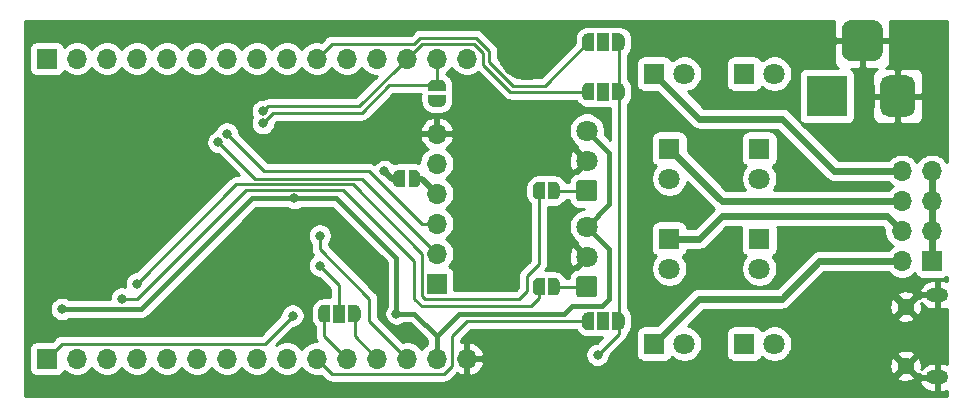
<source format=gbr>
G04 #@! TF.GenerationSoftware,KiCad,Pcbnew,(5.1.9-0-10_14)*
G04 #@! TF.CreationDate,2021-06-13T22:04:25-05:00*
G04 #@! TF.ProjectId,kbxIrBlaster,6b627849-7242-46c6-9173-7465722e6b69,rev?*
G04 #@! TF.SameCoordinates,Original*
G04 #@! TF.FileFunction,Copper,L2,Bot*
G04 #@! TF.FilePolarity,Positive*
%FSLAX46Y46*%
G04 Gerber Fmt 4.6, Leading zero omitted, Abs format (unit mm)*
G04 Created by KiCad (PCBNEW (5.1.9-0-10_14)) date 2021-06-13 22:04:25*
%MOMM*%
%LPD*%
G01*
G04 APERTURE LIST*
G04 #@! TA.AperFunction,ComponentPad*
%ADD10O,1.900000X1.200000*%
G04 #@! TD*
G04 #@! TA.AperFunction,ComponentPad*
%ADD11C,1.450000*%
G04 #@! TD*
G04 #@! TA.AperFunction,SMDPad,CuDef*
%ADD12R,1.000000X1.500000*%
G04 #@! TD*
G04 #@! TA.AperFunction,SMDPad,CuDef*
%ADD13C,0.100000*%
G04 #@! TD*
G04 #@! TA.AperFunction,ComponentPad*
%ADD14C,1.800000*%
G04 #@! TD*
G04 #@! TA.AperFunction,ComponentPad*
%ADD15R,1.800000X1.800000*%
G04 #@! TD*
G04 #@! TA.AperFunction,ComponentPad*
%ADD16O,1.700000X1.700000*%
G04 #@! TD*
G04 #@! TA.AperFunction,ComponentPad*
%ADD17R,1.700000X1.700000*%
G04 #@! TD*
G04 #@! TA.AperFunction,ComponentPad*
%ADD18R,3.500000X3.500000*%
G04 #@! TD*
G04 #@! TA.AperFunction,ComponentPad*
%ADD19C,0.800000*%
G04 #@! TD*
G04 #@! TA.AperFunction,ComponentPad*
%ADD20C,5.000000*%
G04 #@! TD*
G04 #@! TA.AperFunction,ViaPad*
%ADD21C,0.800000*%
G04 #@! TD*
G04 #@! TA.AperFunction,Conductor*
%ADD22C,0.250000*%
G04 #@! TD*
G04 #@! TA.AperFunction,Conductor*
%ADD23C,0.600000*%
G04 #@! TD*
G04 #@! TA.AperFunction,Conductor*
%ADD24C,0.500000*%
G04 #@! TD*
G04 #@! TA.AperFunction,Conductor*
%ADD25C,0.400000*%
G04 #@! TD*
G04 #@! TA.AperFunction,Conductor*
%ADD26C,0.254000*%
G04 #@! TD*
G04 #@! TA.AperFunction,Conductor*
%ADD27C,0.100000*%
G04 #@! TD*
G04 APERTURE END LIST*
D10*
X196690500Y-87940000D03*
X196690500Y-94940000D03*
D11*
X193990500Y-88940000D03*
X193990500Y-93940000D03*
D12*
X146050000Y-89535000D03*
G04 #@! TA.AperFunction,SMDPad,CuDef*
D13*
G36*
X147350000Y-88785602D02*
G01*
X147374534Y-88785602D01*
X147423365Y-88790412D01*
X147471490Y-88799984D01*
X147518445Y-88814228D01*
X147563778Y-88833005D01*
X147607051Y-88856136D01*
X147647850Y-88883396D01*
X147685779Y-88914524D01*
X147720476Y-88949221D01*
X147751604Y-88987150D01*
X147778864Y-89027949D01*
X147801995Y-89071222D01*
X147820772Y-89116555D01*
X147835016Y-89163510D01*
X147844588Y-89211635D01*
X147849398Y-89260466D01*
X147849398Y-89285000D01*
X147850000Y-89285000D01*
X147850000Y-89785000D01*
X147849398Y-89785000D01*
X147849398Y-89809534D01*
X147844588Y-89858365D01*
X147835016Y-89906490D01*
X147820772Y-89953445D01*
X147801995Y-89998778D01*
X147778864Y-90042051D01*
X147751604Y-90082850D01*
X147720476Y-90120779D01*
X147685779Y-90155476D01*
X147647850Y-90186604D01*
X147607051Y-90213864D01*
X147563778Y-90236995D01*
X147518445Y-90255772D01*
X147471490Y-90270016D01*
X147423365Y-90279588D01*
X147374534Y-90284398D01*
X147350000Y-90284398D01*
X147350000Y-90285000D01*
X146800000Y-90285000D01*
X146800000Y-88785000D01*
X147350000Y-88785000D01*
X147350000Y-88785602D01*
G37*
G04 #@! TD.AperFunction*
G04 #@! TA.AperFunction,SMDPad,CuDef*
G36*
X145300000Y-90285000D02*
G01*
X144750000Y-90285000D01*
X144750000Y-90284398D01*
X144725466Y-90284398D01*
X144676635Y-90279588D01*
X144628510Y-90270016D01*
X144581555Y-90255772D01*
X144536222Y-90236995D01*
X144492949Y-90213864D01*
X144452150Y-90186604D01*
X144414221Y-90155476D01*
X144379524Y-90120779D01*
X144348396Y-90082850D01*
X144321136Y-90042051D01*
X144298005Y-89998778D01*
X144279228Y-89953445D01*
X144264984Y-89906490D01*
X144255412Y-89858365D01*
X144250602Y-89809534D01*
X144250602Y-89785000D01*
X144250000Y-89785000D01*
X144250000Y-89285000D01*
X144250602Y-89285000D01*
X144250602Y-89260466D01*
X144255412Y-89211635D01*
X144264984Y-89163510D01*
X144279228Y-89116555D01*
X144298005Y-89071222D01*
X144321136Y-89027949D01*
X144348396Y-88987150D01*
X144379524Y-88949221D01*
X144414221Y-88914524D01*
X144452150Y-88883396D01*
X144492949Y-88856136D01*
X144536222Y-88833005D01*
X144581555Y-88814228D01*
X144628510Y-88799984D01*
X144676635Y-88790412D01*
X144725466Y-88785602D01*
X144750000Y-88785602D01*
X144750000Y-88785000D01*
X145300000Y-88785000D01*
X145300000Y-90285000D01*
G37*
G04 #@! TD.AperFunction*
G04 #@! TA.AperFunction,SMDPad,CuDef*
G36*
X151115000Y-78854398D02*
G01*
X151090466Y-78854398D01*
X151041635Y-78849588D01*
X150993510Y-78840016D01*
X150946555Y-78825772D01*
X150901222Y-78806995D01*
X150857949Y-78783864D01*
X150817150Y-78756604D01*
X150779221Y-78725476D01*
X150744524Y-78690779D01*
X150713396Y-78652850D01*
X150686136Y-78612051D01*
X150663005Y-78568778D01*
X150644228Y-78523445D01*
X150629984Y-78476490D01*
X150620412Y-78428365D01*
X150615602Y-78379534D01*
X150615602Y-78355000D01*
X150615000Y-78355000D01*
X150615000Y-77855000D01*
X150615602Y-77855000D01*
X150615602Y-77830466D01*
X150620412Y-77781635D01*
X150629984Y-77733510D01*
X150644228Y-77686555D01*
X150663005Y-77641222D01*
X150686136Y-77597949D01*
X150713396Y-77557150D01*
X150744524Y-77519221D01*
X150779221Y-77484524D01*
X150817150Y-77453396D01*
X150857949Y-77426136D01*
X150901222Y-77403005D01*
X150946555Y-77384228D01*
X150993510Y-77369984D01*
X151041635Y-77360412D01*
X151090466Y-77355602D01*
X151115000Y-77355602D01*
X151115000Y-77355000D01*
X151615000Y-77355000D01*
X151615000Y-78855000D01*
X151115000Y-78855000D01*
X151115000Y-78854398D01*
G37*
G04 #@! TD.AperFunction*
G04 #@! TA.AperFunction,SMDPad,CuDef*
G36*
X151915000Y-77355000D02*
G01*
X152415000Y-77355000D01*
X152415000Y-77355602D01*
X152439534Y-77355602D01*
X152488365Y-77360412D01*
X152536490Y-77369984D01*
X152583445Y-77384228D01*
X152628778Y-77403005D01*
X152672051Y-77426136D01*
X152712850Y-77453396D01*
X152750779Y-77484524D01*
X152785476Y-77519221D01*
X152816604Y-77557150D01*
X152843864Y-77597949D01*
X152866995Y-77641222D01*
X152885772Y-77686555D01*
X152900016Y-77733510D01*
X152909588Y-77781635D01*
X152914398Y-77830466D01*
X152914398Y-77855000D01*
X152915000Y-77855000D01*
X152915000Y-78355000D01*
X152914398Y-78355000D01*
X152914398Y-78379534D01*
X152909588Y-78428365D01*
X152900016Y-78476490D01*
X152885772Y-78523445D01*
X152866995Y-78568778D01*
X152843864Y-78612051D01*
X152816604Y-78652850D01*
X152785476Y-78690779D01*
X152750779Y-78725476D01*
X152712850Y-78756604D01*
X152672051Y-78783864D01*
X152628778Y-78806995D01*
X152583445Y-78825772D01*
X152536490Y-78840016D01*
X152488365Y-78849588D01*
X152439534Y-78854398D01*
X152415000Y-78854398D01*
X152415000Y-78855000D01*
X151915000Y-78855000D01*
X151915000Y-77355000D01*
G37*
G04 #@! TD.AperFunction*
G04 #@! TA.AperFunction,SMDPad,CuDef*
G36*
X153555602Y-70216000D02*
G01*
X153555602Y-70191466D01*
X153560412Y-70142635D01*
X153569984Y-70094510D01*
X153584228Y-70047555D01*
X153603005Y-70002222D01*
X153626136Y-69958949D01*
X153653396Y-69918150D01*
X153684524Y-69880221D01*
X153719221Y-69845524D01*
X153757150Y-69814396D01*
X153797949Y-69787136D01*
X153841222Y-69764005D01*
X153886555Y-69745228D01*
X153933510Y-69730984D01*
X153981635Y-69721412D01*
X154030466Y-69716602D01*
X154055000Y-69716602D01*
X154055000Y-69716000D01*
X154555000Y-69716000D01*
X154555000Y-69716602D01*
X154579534Y-69716602D01*
X154628365Y-69721412D01*
X154676490Y-69730984D01*
X154723445Y-69745228D01*
X154768778Y-69764005D01*
X154812051Y-69787136D01*
X154852850Y-69814396D01*
X154890779Y-69845524D01*
X154925476Y-69880221D01*
X154956604Y-69918150D01*
X154983864Y-69958949D01*
X155006995Y-70002222D01*
X155025772Y-70047555D01*
X155040016Y-70094510D01*
X155049588Y-70142635D01*
X155054398Y-70191466D01*
X155054398Y-70216000D01*
X155055000Y-70216000D01*
X155055000Y-70716000D01*
X153555000Y-70716000D01*
X153555000Y-70216000D01*
X153555602Y-70216000D01*
G37*
G04 #@! TD.AperFunction*
G04 #@! TA.AperFunction,SMDPad,CuDef*
G36*
X155055000Y-71016000D02*
G01*
X155055000Y-71516000D01*
X155054398Y-71516000D01*
X155054398Y-71540534D01*
X155049588Y-71589365D01*
X155040016Y-71637490D01*
X155025772Y-71684445D01*
X155006995Y-71729778D01*
X154983864Y-71773051D01*
X154956604Y-71813850D01*
X154925476Y-71851779D01*
X154890779Y-71886476D01*
X154852850Y-71917604D01*
X154812051Y-71944864D01*
X154768778Y-71967995D01*
X154723445Y-71986772D01*
X154676490Y-72001016D01*
X154628365Y-72010588D01*
X154579534Y-72015398D01*
X154555000Y-72015398D01*
X154555000Y-72016000D01*
X154055000Y-72016000D01*
X154055000Y-72015398D01*
X154030466Y-72015398D01*
X153981635Y-72010588D01*
X153933510Y-72001016D01*
X153886555Y-71986772D01*
X153841222Y-71967995D01*
X153797949Y-71944864D01*
X153757150Y-71917604D01*
X153719221Y-71886476D01*
X153684524Y-71851779D01*
X153653396Y-71813850D01*
X153626136Y-71773051D01*
X153603005Y-71729778D01*
X153584228Y-71684445D01*
X153569984Y-71637490D01*
X153560412Y-71589365D01*
X153555602Y-71540534D01*
X153555602Y-71516000D01*
X153555000Y-71516000D01*
X153555000Y-71016000D01*
X155055000Y-71016000D01*
G37*
G04 #@! TD.AperFunction*
D12*
X168402000Y-66548000D03*
G04 #@! TA.AperFunction,SMDPad,CuDef*
D13*
G36*
X169702000Y-65798602D02*
G01*
X169726534Y-65798602D01*
X169775365Y-65803412D01*
X169823490Y-65812984D01*
X169870445Y-65827228D01*
X169915778Y-65846005D01*
X169959051Y-65869136D01*
X169999850Y-65896396D01*
X170037779Y-65927524D01*
X170072476Y-65962221D01*
X170103604Y-66000150D01*
X170130864Y-66040949D01*
X170153995Y-66084222D01*
X170172772Y-66129555D01*
X170187016Y-66176510D01*
X170196588Y-66224635D01*
X170201398Y-66273466D01*
X170201398Y-66298000D01*
X170202000Y-66298000D01*
X170202000Y-66798000D01*
X170201398Y-66798000D01*
X170201398Y-66822534D01*
X170196588Y-66871365D01*
X170187016Y-66919490D01*
X170172772Y-66966445D01*
X170153995Y-67011778D01*
X170130864Y-67055051D01*
X170103604Y-67095850D01*
X170072476Y-67133779D01*
X170037779Y-67168476D01*
X169999850Y-67199604D01*
X169959051Y-67226864D01*
X169915778Y-67249995D01*
X169870445Y-67268772D01*
X169823490Y-67283016D01*
X169775365Y-67292588D01*
X169726534Y-67297398D01*
X169702000Y-67297398D01*
X169702000Y-67298000D01*
X169152000Y-67298000D01*
X169152000Y-65798000D01*
X169702000Y-65798000D01*
X169702000Y-65798602D01*
G37*
G04 #@! TD.AperFunction*
G04 #@! TA.AperFunction,SMDPad,CuDef*
G36*
X167652000Y-67298000D02*
G01*
X167102000Y-67298000D01*
X167102000Y-67297398D01*
X167077466Y-67297398D01*
X167028635Y-67292588D01*
X166980510Y-67283016D01*
X166933555Y-67268772D01*
X166888222Y-67249995D01*
X166844949Y-67226864D01*
X166804150Y-67199604D01*
X166766221Y-67168476D01*
X166731524Y-67133779D01*
X166700396Y-67095850D01*
X166673136Y-67055051D01*
X166650005Y-67011778D01*
X166631228Y-66966445D01*
X166616984Y-66919490D01*
X166607412Y-66871365D01*
X166602602Y-66822534D01*
X166602602Y-66798000D01*
X166602000Y-66798000D01*
X166602000Y-66298000D01*
X166602602Y-66298000D01*
X166602602Y-66273466D01*
X166607412Y-66224635D01*
X166616984Y-66176510D01*
X166631228Y-66129555D01*
X166650005Y-66084222D01*
X166673136Y-66040949D01*
X166700396Y-66000150D01*
X166731524Y-65962221D01*
X166766221Y-65927524D01*
X166804150Y-65896396D01*
X166844949Y-65869136D01*
X166888222Y-65846005D01*
X166933555Y-65827228D01*
X166980510Y-65812984D01*
X167028635Y-65803412D01*
X167077466Y-65798602D01*
X167102000Y-65798602D01*
X167102000Y-65798000D01*
X167652000Y-65798000D01*
X167652000Y-67298000D01*
G37*
G04 #@! TD.AperFunction*
D12*
X168402000Y-70739000D03*
G04 #@! TA.AperFunction,SMDPad,CuDef*
D13*
G36*
X169702000Y-69989602D02*
G01*
X169726534Y-69989602D01*
X169775365Y-69994412D01*
X169823490Y-70003984D01*
X169870445Y-70018228D01*
X169915778Y-70037005D01*
X169959051Y-70060136D01*
X169999850Y-70087396D01*
X170037779Y-70118524D01*
X170072476Y-70153221D01*
X170103604Y-70191150D01*
X170130864Y-70231949D01*
X170153995Y-70275222D01*
X170172772Y-70320555D01*
X170187016Y-70367510D01*
X170196588Y-70415635D01*
X170201398Y-70464466D01*
X170201398Y-70489000D01*
X170202000Y-70489000D01*
X170202000Y-70989000D01*
X170201398Y-70989000D01*
X170201398Y-71013534D01*
X170196588Y-71062365D01*
X170187016Y-71110490D01*
X170172772Y-71157445D01*
X170153995Y-71202778D01*
X170130864Y-71246051D01*
X170103604Y-71286850D01*
X170072476Y-71324779D01*
X170037779Y-71359476D01*
X169999850Y-71390604D01*
X169959051Y-71417864D01*
X169915778Y-71440995D01*
X169870445Y-71459772D01*
X169823490Y-71474016D01*
X169775365Y-71483588D01*
X169726534Y-71488398D01*
X169702000Y-71488398D01*
X169702000Y-71489000D01*
X169152000Y-71489000D01*
X169152000Y-69989000D01*
X169702000Y-69989000D01*
X169702000Y-69989602D01*
G37*
G04 #@! TD.AperFunction*
G04 #@! TA.AperFunction,SMDPad,CuDef*
G36*
X167652000Y-71489000D02*
G01*
X167102000Y-71489000D01*
X167102000Y-71488398D01*
X167077466Y-71488398D01*
X167028635Y-71483588D01*
X166980510Y-71474016D01*
X166933555Y-71459772D01*
X166888222Y-71440995D01*
X166844949Y-71417864D01*
X166804150Y-71390604D01*
X166766221Y-71359476D01*
X166731524Y-71324779D01*
X166700396Y-71286850D01*
X166673136Y-71246051D01*
X166650005Y-71202778D01*
X166631228Y-71157445D01*
X166616984Y-71110490D01*
X166607412Y-71062365D01*
X166602602Y-71013534D01*
X166602602Y-70989000D01*
X166602000Y-70989000D01*
X166602000Y-70489000D01*
X166602602Y-70489000D01*
X166602602Y-70464466D01*
X166607412Y-70415635D01*
X166616984Y-70367510D01*
X166631228Y-70320555D01*
X166650005Y-70275222D01*
X166673136Y-70231949D01*
X166700396Y-70191150D01*
X166731524Y-70153221D01*
X166766221Y-70118524D01*
X166804150Y-70087396D01*
X166844949Y-70060136D01*
X166888222Y-70037005D01*
X166933555Y-70018228D01*
X166980510Y-70003984D01*
X167028635Y-69994412D01*
X167077466Y-69989602D01*
X167102000Y-69989602D01*
X167102000Y-69989000D01*
X167652000Y-69989000D01*
X167652000Y-71489000D01*
G37*
G04 #@! TD.AperFunction*
D12*
X168402000Y-90170000D03*
G04 #@! TA.AperFunction,SMDPad,CuDef*
D13*
G36*
X169702000Y-89420602D02*
G01*
X169726534Y-89420602D01*
X169775365Y-89425412D01*
X169823490Y-89434984D01*
X169870445Y-89449228D01*
X169915778Y-89468005D01*
X169959051Y-89491136D01*
X169999850Y-89518396D01*
X170037779Y-89549524D01*
X170072476Y-89584221D01*
X170103604Y-89622150D01*
X170130864Y-89662949D01*
X170153995Y-89706222D01*
X170172772Y-89751555D01*
X170187016Y-89798510D01*
X170196588Y-89846635D01*
X170201398Y-89895466D01*
X170201398Y-89920000D01*
X170202000Y-89920000D01*
X170202000Y-90420000D01*
X170201398Y-90420000D01*
X170201398Y-90444534D01*
X170196588Y-90493365D01*
X170187016Y-90541490D01*
X170172772Y-90588445D01*
X170153995Y-90633778D01*
X170130864Y-90677051D01*
X170103604Y-90717850D01*
X170072476Y-90755779D01*
X170037779Y-90790476D01*
X169999850Y-90821604D01*
X169959051Y-90848864D01*
X169915778Y-90871995D01*
X169870445Y-90890772D01*
X169823490Y-90905016D01*
X169775365Y-90914588D01*
X169726534Y-90919398D01*
X169702000Y-90919398D01*
X169702000Y-90920000D01*
X169152000Y-90920000D01*
X169152000Y-89420000D01*
X169702000Y-89420000D01*
X169702000Y-89420602D01*
G37*
G04 #@! TD.AperFunction*
G04 #@! TA.AperFunction,SMDPad,CuDef*
G36*
X167652000Y-90920000D02*
G01*
X167102000Y-90920000D01*
X167102000Y-90919398D01*
X167077466Y-90919398D01*
X167028635Y-90914588D01*
X166980510Y-90905016D01*
X166933555Y-90890772D01*
X166888222Y-90871995D01*
X166844949Y-90848864D01*
X166804150Y-90821604D01*
X166766221Y-90790476D01*
X166731524Y-90755779D01*
X166700396Y-90717850D01*
X166673136Y-90677051D01*
X166650005Y-90633778D01*
X166631228Y-90588445D01*
X166616984Y-90541490D01*
X166607412Y-90493365D01*
X166602602Y-90444534D01*
X166602602Y-90420000D01*
X166602000Y-90420000D01*
X166602000Y-89920000D01*
X166602602Y-89920000D01*
X166602602Y-89895466D01*
X166607412Y-89846635D01*
X166616984Y-89798510D01*
X166631228Y-89751555D01*
X166650005Y-89706222D01*
X166673136Y-89662949D01*
X166700396Y-89622150D01*
X166731524Y-89584221D01*
X166766221Y-89549524D01*
X166804150Y-89518396D01*
X166844949Y-89491136D01*
X166888222Y-89468005D01*
X166933555Y-89449228D01*
X166980510Y-89434984D01*
X167028635Y-89425412D01*
X167077466Y-89420602D01*
X167102000Y-89420602D01*
X167102000Y-89420000D01*
X167652000Y-89420000D01*
X167652000Y-90920000D01*
G37*
G04 #@! TD.AperFunction*
G04 #@! TA.AperFunction,SMDPad,CuDef*
G36*
X162926000Y-79870398D02*
G01*
X162901466Y-79870398D01*
X162852635Y-79865588D01*
X162804510Y-79856016D01*
X162757555Y-79841772D01*
X162712222Y-79822995D01*
X162668949Y-79799864D01*
X162628150Y-79772604D01*
X162590221Y-79741476D01*
X162555524Y-79706779D01*
X162524396Y-79668850D01*
X162497136Y-79628051D01*
X162474005Y-79584778D01*
X162455228Y-79539445D01*
X162440984Y-79492490D01*
X162431412Y-79444365D01*
X162426602Y-79395534D01*
X162426602Y-79371000D01*
X162426000Y-79371000D01*
X162426000Y-78871000D01*
X162426602Y-78871000D01*
X162426602Y-78846466D01*
X162431412Y-78797635D01*
X162440984Y-78749510D01*
X162455228Y-78702555D01*
X162474005Y-78657222D01*
X162497136Y-78613949D01*
X162524396Y-78573150D01*
X162555524Y-78535221D01*
X162590221Y-78500524D01*
X162628150Y-78469396D01*
X162668949Y-78442136D01*
X162712222Y-78419005D01*
X162757555Y-78400228D01*
X162804510Y-78385984D01*
X162852635Y-78376412D01*
X162901466Y-78371602D01*
X162926000Y-78371602D01*
X162926000Y-78371000D01*
X163426000Y-78371000D01*
X163426000Y-79871000D01*
X162926000Y-79871000D01*
X162926000Y-79870398D01*
G37*
G04 #@! TD.AperFunction*
G04 #@! TA.AperFunction,SMDPad,CuDef*
G36*
X163726000Y-78371000D02*
G01*
X164226000Y-78371000D01*
X164226000Y-78371602D01*
X164250534Y-78371602D01*
X164299365Y-78376412D01*
X164347490Y-78385984D01*
X164394445Y-78400228D01*
X164439778Y-78419005D01*
X164483051Y-78442136D01*
X164523850Y-78469396D01*
X164561779Y-78500524D01*
X164596476Y-78535221D01*
X164627604Y-78573150D01*
X164654864Y-78613949D01*
X164677995Y-78657222D01*
X164696772Y-78702555D01*
X164711016Y-78749510D01*
X164720588Y-78797635D01*
X164725398Y-78846466D01*
X164725398Y-78871000D01*
X164726000Y-78871000D01*
X164726000Y-79371000D01*
X164725398Y-79371000D01*
X164725398Y-79395534D01*
X164720588Y-79444365D01*
X164711016Y-79492490D01*
X164696772Y-79539445D01*
X164677995Y-79584778D01*
X164654864Y-79628051D01*
X164627604Y-79668850D01*
X164596476Y-79706779D01*
X164561779Y-79741476D01*
X164523850Y-79772604D01*
X164483051Y-79799864D01*
X164439778Y-79822995D01*
X164394445Y-79841772D01*
X164347490Y-79856016D01*
X164299365Y-79865588D01*
X164250534Y-79870398D01*
X164226000Y-79870398D01*
X164226000Y-79871000D01*
X163726000Y-79871000D01*
X163726000Y-78371000D01*
G37*
G04 #@! TD.AperFunction*
G04 #@! TA.AperFunction,SMDPad,CuDef*
G36*
X162926000Y-87998398D02*
G01*
X162901466Y-87998398D01*
X162852635Y-87993588D01*
X162804510Y-87984016D01*
X162757555Y-87969772D01*
X162712222Y-87950995D01*
X162668949Y-87927864D01*
X162628150Y-87900604D01*
X162590221Y-87869476D01*
X162555524Y-87834779D01*
X162524396Y-87796850D01*
X162497136Y-87756051D01*
X162474005Y-87712778D01*
X162455228Y-87667445D01*
X162440984Y-87620490D01*
X162431412Y-87572365D01*
X162426602Y-87523534D01*
X162426602Y-87499000D01*
X162426000Y-87499000D01*
X162426000Y-86999000D01*
X162426602Y-86999000D01*
X162426602Y-86974466D01*
X162431412Y-86925635D01*
X162440984Y-86877510D01*
X162455228Y-86830555D01*
X162474005Y-86785222D01*
X162497136Y-86741949D01*
X162524396Y-86701150D01*
X162555524Y-86663221D01*
X162590221Y-86628524D01*
X162628150Y-86597396D01*
X162668949Y-86570136D01*
X162712222Y-86547005D01*
X162757555Y-86528228D01*
X162804510Y-86513984D01*
X162852635Y-86504412D01*
X162901466Y-86499602D01*
X162926000Y-86499602D01*
X162926000Y-86499000D01*
X163426000Y-86499000D01*
X163426000Y-87999000D01*
X162926000Y-87999000D01*
X162926000Y-87998398D01*
G37*
G04 #@! TD.AperFunction*
G04 #@! TA.AperFunction,SMDPad,CuDef*
G36*
X163726000Y-86499000D02*
G01*
X164226000Y-86499000D01*
X164226000Y-86499602D01*
X164250534Y-86499602D01*
X164299365Y-86504412D01*
X164347490Y-86513984D01*
X164394445Y-86528228D01*
X164439778Y-86547005D01*
X164483051Y-86570136D01*
X164523850Y-86597396D01*
X164561779Y-86628524D01*
X164596476Y-86663221D01*
X164627604Y-86701150D01*
X164654864Y-86741949D01*
X164677995Y-86785222D01*
X164696772Y-86830555D01*
X164711016Y-86877510D01*
X164720588Y-86925635D01*
X164725398Y-86974466D01*
X164725398Y-86999000D01*
X164726000Y-86999000D01*
X164726000Y-87499000D01*
X164725398Y-87499000D01*
X164725398Y-87523534D01*
X164720588Y-87572365D01*
X164711016Y-87620490D01*
X164696772Y-87667445D01*
X164677995Y-87712778D01*
X164654864Y-87756051D01*
X164627604Y-87796850D01*
X164596476Y-87834779D01*
X164561779Y-87869476D01*
X164523850Y-87900604D01*
X164483051Y-87927864D01*
X164439778Y-87950995D01*
X164394445Y-87969772D01*
X164347490Y-87984016D01*
X164299365Y-87993588D01*
X164250534Y-87998398D01*
X164226000Y-87998398D01*
X164226000Y-87999000D01*
X163726000Y-87999000D01*
X163726000Y-86499000D01*
G37*
G04 #@! TD.AperFunction*
D14*
X167005000Y-74041000D03*
X167005000Y-76581000D03*
G04 #@! TA.AperFunction,ComponentPad*
G36*
G01*
X167654800Y-80021000D02*
X166355200Y-80021000D01*
G75*
G02*
X166105000Y-79770800I0J250200D01*
G01*
X166105000Y-78471200D01*
G75*
G02*
X166355200Y-78221000I250200J0D01*
G01*
X167654800Y-78221000D01*
G75*
G02*
X167905000Y-78471200I0J-250200D01*
G01*
X167905000Y-79770800D01*
G75*
G02*
X167654800Y-80021000I-250200J0D01*
G01*
G37*
G04 #@! TD.AperFunction*
X167005000Y-82169000D03*
X167005000Y-84709000D03*
G04 #@! TA.AperFunction,ComponentPad*
G36*
G01*
X167654800Y-88149000D02*
X166355200Y-88149000D01*
G75*
G02*
X166105000Y-87898800I0J250200D01*
G01*
X166105000Y-86599200D01*
G75*
G02*
X166355200Y-86349000I250200J0D01*
G01*
X167654800Y-86349000D01*
G75*
G02*
X167905000Y-86599200I0J-250200D01*
G01*
X167905000Y-87898800D01*
G75*
G02*
X167654800Y-88149000I-250200J0D01*
G01*
G37*
G04 #@! TD.AperFunction*
X175260000Y-69215000D03*
D15*
X172720000Y-69215000D03*
D14*
X173990000Y-78105000D03*
D15*
X173990000Y-75565000D03*
D14*
X182880000Y-69215000D03*
D15*
X180340000Y-69215000D03*
D14*
X181610000Y-78105000D03*
D15*
X181610000Y-75565000D03*
D16*
X156845000Y-67945000D03*
X154305000Y-67945000D03*
X151765000Y-67945000D03*
X149225000Y-67945000D03*
X146685000Y-67945000D03*
X144145000Y-67945000D03*
X141605000Y-67945000D03*
X139065000Y-67945000D03*
X136525000Y-67945000D03*
X133985000Y-67945000D03*
X131445000Y-67945000D03*
X128905000Y-67945000D03*
X126365000Y-67945000D03*
X123825000Y-67945000D03*
D17*
X121285000Y-67945000D03*
D16*
X156845000Y-93345000D03*
X154305000Y-93345000D03*
X151765000Y-93345000D03*
X149225000Y-93345000D03*
X146685000Y-93345000D03*
X144145000Y-93345000D03*
X141605000Y-93345000D03*
X139065000Y-93345000D03*
X136525000Y-93345000D03*
X133985000Y-93345000D03*
X131445000Y-93345000D03*
X128905000Y-93345000D03*
X126365000Y-93345000D03*
X123825000Y-93345000D03*
D17*
X121285000Y-93345000D03*
D16*
X154305000Y-74295000D03*
X154305000Y-76835000D03*
X154305000Y-79375000D03*
X154305000Y-81915000D03*
X154305000Y-84455000D03*
D17*
X154305000Y-86995000D03*
D16*
X193675000Y-77470000D03*
X196215000Y-77470000D03*
X193675000Y-80010000D03*
X196215000Y-80010000D03*
X193675000Y-82550000D03*
X196215000Y-82550000D03*
X193675000Y-85090000D03*
D17*
X196215000Y-85090000D03*
G04 #@! TA.AperFunction,ComponentPad*
G36*
G01*
X192075000Y-65545000D02*
X192075000Y-67295000D01*
G75*
G02*
X191200000Y-68170000I-875000J0D01*
G01*
X189450000Y-68170000D01*
G75*
G02*
X188575000Y-67295000I0J875000D01*
G01*
X188575000Y-65545000D01*
G75*
G02*
X189450000Y-64670000I875000J0D01*
G01*
X191200000Y-64670000D01*
G75*
G02*
X192075000Y-65545000I0J-875000D01*
G01*
G37*
G04 #@! TD.AperFunction*
G04 #@! TA.AperFunction,ComponentPad*
G36*
G01*
X194825000Y-70120000D02*
X194825000Y-72120000D01*
G75*
G02*
X194075000Y-72870000I-750000J0D01*
G01*
X192575000Y-72870000D01*
G75*
G02*
X191825000Y-72120000I0J750000D01*
G01*
X191825000Y-70120000D01*
G75*
G02*
X192575000Y-69370000I750000J0D01*
G01*
X194075000Y-69370000D01*
G75*
G02*
X194825000Y-70120000I0J-750000D01*
G01*
G37*
G04 #@! TD.AperFunction*
D18*
X187325000Y-71120000D03*
D19*
X189920825Y-92654175D03*
X188595000Y-92105000D03*
X187269175Y-92654175D03*
X186720000Y-93980000D03*
X187269175Y-95305825D03*
X188595000Y-95855000D03*
X189920825Y-95305825D03*
X190470000Y-93980000D03*
D20*
X188595000Y-93980000D03*
D19*
X163250825Y-92654175D03*
X161925000Y-92105000D03*
X160599175Y-92654175D03*
X160050000Y-93980000D03*
X160599175Y-95305825D03*
X161925000Y-95855000D03*
X163250825Y-95305825D03*
X163800000Y-93980000D03*
D20*
X161925000Y-93980000D03*
D19*
X163250825Y-65984175D03*
X161925000Y-65435000D03*
X160599175Y-65984175D03*
X160050000Y-67310000D03*
X160599175Y-68635825D03*
X161925000Y-69185000D03*
X163250825Y-68635825D03*
X163800000Y-67310000D03*
D20*
X161925000Y-67310000D03*
D14*
X173990000Y-85725000D03*
D15*
X173990000Y-83185000D03*
D14*
X175260000Y-92075000D03*
D15*
X172720000Y-92075000D03*
D14*
X181610000Y-85725000D03*
D15*
X181610000Y-83185000D03*
D14*
X182880000Y-92075000D03*
D15*
X180340000Y-92075000D03*
D21*
X142095000Y-89700000D03*
X121285000Y-72136000D03*
X138811000Y-86360000D03*
X121285000Y-89154000D03*
X149860000Y-77470000D03*
X142240000Y-79765000D03*
X122555000Y-89145000D03*
X150885000Y-89535000D03*
X136525000Y-74295000D03*
X135817892Y-75020000D03*
X144390000Y-82931000D03*
X167910000Y-93030000D03*
X128905000Y-86995000D03*
X127635000Y-88265000D03*
X139573000Y-73406000D03*
X139573000Y-72390000D03*
X168402000Y-90170000D03*
X168402000Y-70739000D03*
X168402000Y-66548000D03*
X154305000Y-71516000D03*
X144390000Y-85471000D03*
D22*
X139720000Y-92075000D02*
X142095000Y-89700000D01*
X122555000Y-92075000D02*
X139720000Y-92075000D01*
X121285000Y-93345000D02*
X122555000Y-92075000D01*
D23*
X196215000Y-77470000D02*
X196215000Y-80010000D01*
X196215000Y-80010000D02*
X196215000Y-82550000D01*
X196215000Y-82550000D02*
X196215000Y-85090000D01*
D24*
X151115000Y-78105000D02*
X150495000Y-78105000D01*
X150495000Y-78105000D02*
X149860000Y-77470000D01*
D25*
X138675000Y-79765000D02*
X142240000Y-79765000D01*
X129295000Y-89145000D02*
X138675000Y-79765000D01*
X122555000Y-89145000D02*
X129295000Y-89145000D01*
X167005000Y-82169000D02*
X168910000Y-80264000D01*
X168910000Y-75946000D02*
X167005000Y-74041000D01*
X168910000Y-80264000D02*
X168910000Y-75946000D01*
X167005000Y-82169000D02*
X168910000Y-84074000D01*
X168910000Y-84074000D02*
X168910000Y-88265000D01*
X168910000Y-88265000D02*
X168275000Y-88900000D01*
X154305000Y-91440000D02*
X154305000Y-93345000D01*
X154305000Y-91440000D02*
X156210000Y-89535000D01*
X156210000Y-89535000D02*
X165100000Y-89535000D01*
X165735000Y-88900000D02*
X168275000Y-88900000D01*
X165100000Y-89535000D02*
X165735000Y-88900000D01*
X152400000Y-89535000D02*
X154305000Y-91440000D01*
X150885000Y-89535000D02*
X152400000Y-89535000D01*
X150885000Y-89535000D02*
X150885000Y-84845000D01*
X145805000Y-79765000D02*
X142240000Y-79765000D01*
X150885000Y-84845000D02*
X145805000Y-79765000D01*
D23*
X193675000Y-85090000D02*
X186690000Y-85090000D01*
X183515000Y-88265000D02*
X176530000Y-88265000D01*
X176530000Y-88265000D02*
X172720000Y-92075000D01*
X186690000Y-85090000D02*
X183515000Y-88265000D01*
X192405000Y-81280000D02*
X193675000Y-82550000D01*
X178435000Y-81280000D02*
X192405000Y-81280000D01*
X176530000Y-83185000D02*
X178435000Y-81280000D01*
X173990000Y-83185000D02*
X176530000Y-83185000D01*
X193675000Y-80010000D02*
X178435000Y-80010000D01*
X178435000Y-80010000D02*
X173990000Y-75565000D01*
X172720000Y-69215000D02*
X176530000Y-73025000D01*
X183515000Y-73025000D02*
X187960000Y-77470000D01*
X187960000Y-77470000D02*
X193675000Y-77470000D01*
X176530000Y-73025000D02*
X183515000Y-73025000D01*
D24*
X153035000Y-78105000D02*
X154305000Y-79375000D01*
X152415000Y-78105000D02*
X153035000Y-78105000D01*
D22*
X154305000Y-81915000D02*
X153035000Y-81915000D01*
X153035000Y-81915000D02*
X148590000Y-77470000D01*
X139700000Y-77470000D02*
X136525000Y-74295000D01*
X148590000Y-77470000D02*
X139700000Y-77470000D01*
X138902892Y-78105000D02*
X135817892Y-75020000D01*
X147955000Y-78105000D02*
X138902892Y-78105000D01*
X154305000Y-84455000D02*
X147955000Y-78105000D01*
X144390000Y-84065000D02*
X144390000Y-82931000D01*
X148590000Y-88265000D02*
X144390000Y-84065000D01*
X148590000Y-90170000D02*
X148590000Y-88265000D01*
X151765000Y-93345000D02*
X148590000Y-90170000D01*
X169702000Y-67548000D02*
X169702000Y-70739000D01*
X169702000Y-66548000D02*
X169702000Y-67548000D01*
X169702000Y-71739000D02*
X169702000Y-90170000D01*
X169702000Y-70739000D02*
X169702000Y-71739000D01*
X169702000Y-91238000D02*
X167910000Y-93030000D01*
X169702000Y-90170000D02*
X169702000Y-91238000D01*
X147350000Y-91470000D02*
X149225000Y-93345000D01*
X147350000Y-89535000D02*
X147350000Y-91470000D01*
X144750000Y-89535000D02*
X144750000Y-91410000D01*
X144750000Y-91410000D02*
X146685000Y-93345000D01*
X145415000Y-94615000D02*
X144145000Y-93345000D01*
X154940000Y-94615000D02*
X145415000Y-94615000D01*
X155575000Y-93980000D02*
X154940000Y-94615000D01*
X155575000Y-91440000D02*
X155575000Y-93980000D01*
X156845000Y-90170000D02*
X155575000Y-91440000D01*
X167102000Y-90170000D02*
X156845000Y-90170000D01*
X147169989Y-78589989D02*
X137310011Y-78589989D01*
X153035000Y-84455000D02*
X147169989Y-78589989D01*
X153289998Y-88265000D02*
X153035000Y-88010002D01*
X161290000Y-88265000D02*
X153289998Y-88265000D01*
X137310011Y-78589989D02*
X128905000Y-86995000D01*
X153035000Y-88010002D02*
X153035000Y-84455000D01*
X161925000Y-87630000D02*
X161290000Y-88265000D01*
X161925000Y-86360000D02*
X161925000Y-87630000D01*
X162926000Y-85359000D02*
X161925000Y-86360000D01*
X162926000Y-79121000D02*
X162926000Y-85359000D01*
X138130001Y-79039999D02*
X128905000Y-88265000D01*
X152400000Y-85090000D02*
X146349999Y-79039999D01*
X146349999Y-79039999D02*
X138130001Y-79039999D01*
X153035000Y-88900000D02*
X152400000Y-88265000D01*
X128905000Y-88265000D02*
X127635000Y-88265000D01*
X162275000Y-88900000D02*
X153035000Y-88900000D01*
X162926000Y-88249000D02*
X162275000Y-88900000D01*
X152400000Y-88265000D02*
X152400000Y-85090000D01*
X162926000Y-87249000D02*
X162926000Y-88249000D01*
X139573000Y-73406000D02*
X140462000Y-72517000D01*
X140462000Y-72517000D02*
X147955000Y-72517000D01*
X150256000Y-70216000D02*
X154305000Y-70216000D01*
X147955000Y-72517000D02*
X150256000Y-70216000D01*
X154305000Y-70216000D02*
X154305000Y-67945000D01*
X150915001Y-68794999D02*
X151765000Y-67945000D01*
X147719999Y-71990001D02*
X150915001Y-68794999D01*
X139972999Y-71990001D02*
X147719999Y-71990001D01*
X139573000Y-72390000D02*
X139972999Y-71990001D01*
X167102000Y-70739000D02*
X160528000Y-70739000D01*
X160528000Y-70739000D02*
X158242000Y-68453000D01*
X158242000Y-68453000D02*
X158242000Y-67437000D01*
X158242000Y-67437000D02*
X157480000Y-66675000D01*
X153035000Y-66675000D02*
X151765000Y-67945000D01*
X157480000Y-66675000D02*
X153035000Y-66675000D01*
X167102000Y-66548000D02*
X167102000Y-66578000D01*
X167102000Y-66578000D02*
X163449000Y-70231000D01*
X160738998Y-70231000D02*
X158750000Y-68242002D01*
X163449000Y-70231000D02*
X160738998Y-70231000D01*
X158750000Y-68242002D02*
X158750000Y-67310000D01*
X158750000Y-67310000D02*
X157607000Y-66167000D01*
X157607000Y-66167000D02*
X152908000Y-66167000D01*
X152908000Y-66167000D02*
X152400000Y-66675000D01*
X145415000Y-66675000D02*
X144145000Y-67945000D01*
X152400000Y-66675000D02*
X145415000Y-66675000D01*
X166105000Y-79121000D02*
X164226000Y-79121000D01*
X167005000Y-79121000D02*
X166105000Y-79121000D01*
X166105000Y-87249000D02*
X164226000Y-87249000D01*
X167005000Y-87249000D02*
X166105000Y-87249000D01*
X146050000Y-87131000D02*
X144390000Y-85471000D01*
X146050000Y-89535000D02*
X146050000Y-87131000D01*
D26*
X187940000Y-66134250D02*
X188098750Y-66293000D01*
X190198000Y-66293000D01*
X190198000Y-66273000D01*
X190452000Y-66273000D01*
X190452000Y-66293000D01*
X192551250Y-66293000D01*
X192710000Y-66134250D01*
X192712810Y-64795000D01*
X197460001Y-64795000D01*
X197460001Y-76660346D01*
X197368475Y-76523368D01*
X197161632Y-76316525D01*
X196918411Y-76154010D01*
X196648158Y-76042068D01*
X196361260Y-75985000D01*
X196068740Y-75985000D01*
X195781842Y-76042068D01*
X195511589Y-76154010D01*
X195268368Y-76316525D01*
X195061525Y-76523368D01*
X194945000Y-76697760D01*
X194828475Y-76523368D01*
X194621632Y-76316525D01*
X194378411Y-76154010D01*
X194108158Y-76042068D01*
X193821260Y-75985000D01*
X193528740Y-75985000D01*
X193241842Y-76042068D01*
X192971589Y-76154010D01*
X192728368Y-76316525D01*
X192521525Y-76523368D01*
X192513753Y-76535000D01*
X188347290Y-76535000D01*
X185177680Y-73365390D01*
X185220506Y-73400537D01*
X185330820Y-73459502D01*
X185450518Y-73495812D01*
X185575000Y-73508072D01*
X189075000Y-73508072D01*
X189199482Y-73495812D01*
X189319180Y-73459502D01*
X189429494Y-73400537D01*
X189526185Y-73321185D01*
X189605537Y-73224494D01*
X189664502Y-73114180D01*
X189700812Y-72994482D01*
X189713072Y-72870000D01*
X191186928Y-72870000D01*
X191199188Y-72994482D01*
X191235498Y-73114180D01*
X191294463Y-73224494D01*
X191373815Y-73321185D01*
X191470506Y-73400537D01*
X191580820Y-73459502D01*
X191700518Y-73495812D01*
X191825000Y-73508072D01*
X193039250Y-73505000D01*
X193198000Y-73346250D01*
X193198000Y-71247000D01*
X193452000Y-71247000D01*
X193452000Y-73346250D01*
X193610750Y-73505000D01*
X194825000Y-73508072D01*
X194949482Y-73495812D01*
X195069180Y-73459502D01*
X195179494Y-73400537D01*
X195276185Y-73321185D01*
X195355537Y-73224494D01*
X195414502Y-73114180D01*
X195450812Y-72994482D01*
X195463072Y-72870000D01*
X195460000Y-71405750D01*
X195301250Y-71247000D01*
X193452000Y-71247000D01*
X193198000Y-71247000D01*
X191348750Y-71247000D01*
X191190000Y-71405750D01*
X191186928Y-72870000D01*
X189713072Y-72870000D01*
X189713072Y-69370000D01*
X189700812Y-69245518D01*
X189664502Y-69125820D01*
X189605537Y-69015506D01*
X189526185Y-68918815D01*
X189429494Y-68839463D01*
X189367655Y-68806409D01*
X190039250Y-68805000D01*
X190198000Y-68646250D01*
X190198000Y-66547000D01*
X190452000Y-66547000D01*
X190452000Y-68646250D01*
X190610750Y-68805000D01*
X191531367Y-68806931D01*
X191470506Y-68839463D01*
X191373815Y-68918815D01*
X191294463Y-69015506D01*
X191235498Y-69125820D01*
X191199188Y-69245518D01*
X191186928Y-69370000D01*
X191190000Y-70834250D01*
X191348750Y-70993000D01*
X193198000Y-70993000D01*
X193198000Y-68893750D01*
X193452000Y-68893750D01*
X193452000Y-70993000D01*
X195301250Y-70993000D01*
X195460000Y-70834250D01*
X195463072Y-69370000D01*
X195450812Y-69245518D01*
X195414502Y-69125820D01*
X195355537Y-69015506D01*
X195276185Y-68918815D01*
X195179494Y-68839463D01*
X195069180Y-68780498D01*
X194949482Y-68744188D01*
X194825000Y-68731928D01*
X193610750Y-68735000D01*
X193452000Y-68893750D01*
X193198000Y-68893750D01*
X193039250Y-68735000D01*
X192368195Y-68733302D01*
X192429494Y-68700537D01*
X192526185Y-68621185D01*
X192605537Y-68524494D01*
X192664502Y-68414180D01*
X192700812Y-68294482D01*
X192713072Y-68170000D01*
X192710000Y-66705750D01*
X192551250Y-66547000D01*
X190452000Y-66547000D01*
X190198000Y-66547000D01*
X188098750Y-66547000D01*
X187940000Y-66705750D01*
X187936928Y-68170000D01*
X187949188Y-68294482D01*
X187985498Y-68414180D01*
X188044463Y-68524494D01*
X188123815Y-68621185D01*
X188220506Y-68700537D01*
X188279233Y-68731928D01*
X185575000Y-68731928D01*
X185450518Y-68744188D01*
X185330820Y-68780498D01*
X185220506Y-68839463D01*
X185123815Y-68918815D01*
X185044463Y-69015506D01*
X184985498Y-69125820D01*
X184949188Y-69245518D01*
X184936928Y-69370000D01*
X184936928Y-72870000D01*
X184949188Y-72994482D01*
X184985498Y-73114180D01*
X185044463Y-73224494D01*
X185079610Y-73267320D01*
X184208630Y-72396341D01*
X184179344Y-72360656D01*
X184036972Y-72243814D01*
X183874540Y-72156993D01*
X183698292Y-72103529D01*
X183560932Y-72090000D01*
X183515000Y-72085476D01*
X183469068Y-72090000D01*
X176917289Y-72090000D01*
X175549731Y-70722442D01*
X175707743Y-70691011D01*
X175987095Y-70575299D01*
X176238505Y-70407312D01*
X176452312Y-70193505D01*
X176620299Y-69942095D01*
X176736011Y-69662743D01*
X176795000Y-69366184D01*
X176795000Y-69063816D01*
X176736011Y-68767257D01*
X176620299Y-68487905D01*
X176504768Y-68315000D01*
X178801928Y-68315000D01*
X178801928Y-70115000D01*
X178814188Y-70239482D01*
X178850498Y-70359180D01*
X178909463Y-70469494D01*
X178988815Y-70566185D01*
X179085506Y-70645537D01*
X179195820Y-70704502D01*
X179315518Y-70740812D01*
X179440000Y-70753072D01*
X181240000Y-70753072D01*
X181364482Y-70740812D01*
X181484180Y-70704502D01*
X181594494Y-70645537D01*
X181691185Y-70566185D01*
X181770537Y-70469494D01*
X181829502Y-70359180D01*
X181835056Y-70340873D01*
X181901495Y-70407312D01*
X182152905Y-70575299D01*
X182432257Y-70691011D01*
X182728816Y-70750000D01*
X183031184Y-70750000D01*
X183327743Y-70691011D01*
X183607095Y-70575299D01*
X183858505Y-70407312D01*
X184072312Y-70193505D01*
X184240299Y-69942095D01*
X184356011Y-69662743D01*
X184415000Y-69366184D01*
X184415000Y-69063816D01*
X184356011Y-68767257D01*
X184240299Y-68487905D01*
X184072312Y-68236495D01*
X183858505Y-68022688D01*
X183607095Y-67854701D01*
X183327743Y-67738989D01*
X183031184Y-67680000D01*
X182728816Y-67680000D01*
X182432257Y-67738989D01*
X182152905Y-67854701D01*
X181901495Y-68022688D01*
X181835056Y-68089127D01*
X181829502Y-68070820D01*
X181770537Y-67960506D01*
X181691185Y-67863815D01*
X181594494Y-67784463D01*
X181484180Y-67725498D01*
X181364482Y-67689188D01*
X181240000Y-67676928D01*
X179440000Y-67676928D01*
X179315518Y-67689188D01*
X179195820Y-67725498D01*
X179085506Y-67784463D01*
X178988815Y-67863815D01*
X178909463Y-67960506D01*
X178850498Y-68070820D01*
X178814188Y-68190518D01*
X178801928Y-68315000D01*
X176504768Y-68315000D01*
X176452312Y-68236495D01*
X176238505Y-68022688D01*
X175987095Y-67854701D01*
X175707743Y-67738989D01*
X175411184Y-67680000D01*
X175108816Y-67680000D01*
X174812257Y-67738989D01*
X174532905Y-67854701D01*
X174281495Y-68022688D01*
X174215056Y-68089127D01*
X174209502Y-68070820D01*
X174150537Y-67960506D01*
X174071185Y-67863815D01*
X173974494Y-67784463D01*
X173864180Y-67725498D01*
X173744482Y-67689188D01*
X173620000Y-67676928D01*
X171820000Y-67676928D01*
X171695518Y-67689188D01*
X171575820Y-67725498D01*
X171465506Y-67784463D01*
X171368815Y-67863815D01*
X171289463Y-67960506D01*
X171230498Y-68070820D01*
X171194188Y-68190518D01*
X171181928Y-68315000D01*
X171181928Y-70115000D01*
X171194188Y-70239482D01*
X171230498Y-70359180D01*
X171289463Y-70469494D01*
X171368815Y-70566185D01*
X171465506Y-70645537D01*
X171575820Y-70704502D01*
X171695518Y-70740812D01*
X171820000Y-70753072D01*
X172935783Y-70753072D01*
X175836370Y-73653659D01*
X175865656Y-73689344D01*
X176008028Y-73806186D01*
X176113880Y-73862765D01*
X176170459Y-73893007D01*
X176346708Y-73946472D01*
X176530000Y-73964524D01*
X176575935Y-73960000D01*
X183127711Y-73960000D01*
X187266374Y-78098664D01*
X187295656Y-78134344D01*
X187438028Y-78251186D01*
X187600460Y-78338007D01*
X187709224Y-78371000D01*
X187776707Y-78391471D01*
X187959999Y-78409524D01*
X188005931Y-78405000D01*
X192513753Y-78405000D01*
X192521525Y-78416632D01*
X192728368Y-78623475D01*
X192902760Y-78740000D01*
X192728368Y-78856525D01*
X192521525Y-79063368D01*
X192513753Y-79075000D01*
X182807995Y-79075000D01*
X182970299Y-78832095D01*
X183086011Y-78552743D01*
X183145000Y-78256184D01*
X183145000Y-77953816D01*
X183086011Y-77657257D01*
X182970299Y-77377905D01*
X182802312Y-77126495D01*
X182735873Y-77060056D01*
X182754180Y-77054502D01*
X182864494Y-76995537D01*
X182961185Y-76916185D01*
X183040537Y-76819494D01*
X183099502Y-76709180D01*
X183135812Y-76589482D01*
X183148072Y-76465000D01*
X183148072Y-74665000D01*
X183135812Y-74540518D01*
X183099502Y-74420820D01*
X183040537Y-74310506D01*
X182961185Y-74213815D01*
X182864494Y-74134463D01*
X182754180Y-74075498D01*
X182634482Y-74039188D01*
X182510000Y-74026928D01*
X180710000Y-74026928D01*
X180585518Y-74039188D01*
X180465820Y-74075498D01*
X180355506Y-74134463D01*
X180258815Y-74213815D01*
X180179463Y-74310506D01*
X180120498Y-74420820D01*
X180084188Y-74540518D01*
X180071928Y-74665000D01*
X180071928Y-76465000D01*
X180084188Y-76589482D01*
X180120498Y-76709180D01*
X180179463Y-76819494D01*
X180258815Y-76916185D01*
X180355506Y-76995537D01*
X180465820Y-77054502D01*
X180484127Y-77060056D01*
X180417688Y-77126495D01*
X180249701Y-77377905D01*
X180133989Y-77657257D01*
X180075000Y-77953816D01*
X180075000Y-78256184D01*
X180133989Y-78552743D01*
X180249701Y-78832095D01*
X180412005Y-79075000D01*
X178822290Y-79075000D01*
X175528072Y-75780783D01*
X175528072Y-74665000D01*
X175515812Y-74540518D01*
X175479502Y-74420820D01*
X175420537Y-74310506D01*
X175341185Y-74213815D01*
X175244494Y-74134463D01*
X175134180Y-74075498D01*
X175014482Y-74039188D01*
X174890000Y-74026928D01*
X173090000Y-74026928D01*
X172965518Y-74039188D01*
X172845820Y-74075498D01*
X172735506Y-74134463D01*
X172638815Y-74213815D01*
X172559463Y-74310506D01*
X172500498Y-74420820D01*
X172464188Y-74540518D01*
X172451928Y-74665000D01*
X172451928Y-76465000D01*
X172464188Y-76589482D01*
X172500498Y-76709180D01*
X172559463Y-76819494D01*
X172638815Y-76916185D01*
X172735506Y-76995537D01*
X172845820Y-77054502D01*
X172864127Y-77060056D01*
X172797688Y-77126495D01*
X172629701Y-77377905D01*
X172513989Y-77657257D01*
X172455000Y-77953816D01*
X172455000Y-78256184D01*
X172513989Y-78552743D01*
X172629701Y-78832095D01*
X172797688Y-79083505D01*
X173011495Y-79297312D01*
X173262905Y-79465299D01*
X173542257Y-79581011D01*
X173838816Y-79640000D01*
X174141184Y-79640000D01*
X174437743Y-79581011D01*
X174717095Y-79465299D01*
X174968505Y-79297312D01*
X175182312Y-79083505D01*
X175350299Y-78832095D01*
X175466011Y-78552743D01*
X175497441Y-78394731D01*
X177741374Y-80638664D01*
X177746574Y-80645000D01*
X177741370Y-80651341D01*
X176142711Y-82250000D01*
X175524625Y-82250000D01*
X175515812Y-82160518D01*
X175479502Y-82040820D01*
X175420537Y-81930506D01*
X175341185Y-81833815D01*
X175244494Y-81754463D01*
X175134180Y-81695498D01*
X175014482Y-81659188D01*
X174890000Y-81646928D01*
X173090000Y-81646928D01*
X172965518Y-81659188D01*
X172845820Y-81695498D01*
X172735506Y-81754463D01*
X172638815Y-81833815D01*
X172559463Y-81930506D01*
X172500498Y-82040820D01*
X172464188Y-82160518D01*
X172451928Y-82285000D01*
X172451928Y-84085000D01*
X172464188Y-84209482D01*
X172500498Y-84329180D01*
X172559463Y-84439494D01*
X172638815Y-84536185D01*
X172735506Y-84615537D01*
X172845820Y-84674502D01*
X172864127Y-84680056D01*
X172797688Y-84746495D01*
X172629701Y-84997905D01*
X172513989Y-85277257D01*
X172455000Y-85573816D01*
X172455000Y-85876184D01*
X172513989Y-86172743D01*
X172629701Y-86452095D01*
X172797688Y-86703505D01*
X173011495Y-86917312D01*
X173262905Y-87085299D01*
X173542257Y-87201011D01*
X173838816Y-87260000D01*
X174141184Y-87260000D01*
X174437743Y-87201011D01*
X174717095Y-87085299D01*
X174968505Y-86917312D01*
X175182312Y-86703505D01*
X175350299Y-86452095D01*
X175466011Y-86172743D01*
X175525000Y-85876184D01*
X175525000Y-85573816D01*
X175466011Y-85277257D01*
X175350299Y-84997905D01*
X175182312Y-84746495D01*
X175115873Y-84680056D01*
X175134180Y-84674502D01*
X175244494Y-84615537D01*
X175341185Y-84536185D01*
X175420537Y-84439494D01*
X175479502Y-84329180D01*
X175515812Y-84209482D01*
X175524625Y-84120000D01*
X176484068Y-84120000D01*
X176530000Y-84124524D01*
X176575932Y-84120000D01*
X176713292Y-84106471D01*
X176889540Y-84053007D01*
X177051972Y-83966186D01*
X177194344Y-83849344D01*
X177223630Y-83813659D01*
X178822289Y-82215000D01*
X180078822Y-82215000D01*
X180071928Y-82285000D01*
X180071928Y-84085000D01*
X180084188Y-84209482D01*
X180120498Y-84329180D01*
X180179463Y-84439494D01*
X180258815Y-84536185D01*
X180355506Y-84615537D01*
X180465820Y-84674502D01*
X180484127Y-84680056D01*
X180417688Y-84746495D01*
X180249701Y-84997905D01*
X180133989Y-85277257D01*
X180075000Y-85573816D01*
X180075000Y-85876184D01*
X180133989Y-86172743D01*
X180249701Y-86452095D01*
X180417688Y-86703505D01*
X180631495Y-86917312D01*
X180882905Y-87085299D01*
X181162257Y-87201011D01*
X181458816Y-87260000D01*
X181761184Y-87260000D01*
X182057743Y-87201011D01*
X182337095Y-87085299D01*
X182588505Y-86917312D01*
X182802312Y-86703505D01*
X182970299Y-86452095D01*
X183086011Y-86172743D01*
X183145000Y-85876184D01*
X183145000Y-85573816D01*
X183086011Y-85277257D01*
X182970299Y-84997905D01*
X182802312Y-84746495D01*
X182735873Y-84680056D01*
X182754180Y-84674502D01*
X182864494Y-84615537D01*
X182961185Y-84536185D01*
X183040537Y-84439494D01*
X183099502Y-84329180D01*
X183135812Y-84209482D01*
X183148072Y-84085000D01*
X183148072Y-82285000D01*
X183141178Y-82215000D01*
X192017711Y-82215000D01*
X192192729Y-82390019D01*
X192190000Y-82403740D01*
X192190000Y-82696260D01*
X192247068Y-82983158D01*
X192359010Y-83253411D01*
X192521525Y-83496632D01*
X192728368Y-83703475D01*
X192902760Y-83820000D01*
X192728368Y-83936525D01*
X192521525Y-84143368D01*
X192513753Y-84155000D01*
X186735931Y-84155000D01*
X186689999Y-84150476D01*
X186506707Y-84168529D01*
X186466338Y-84180775D01*
X186330460Y-84221993D01*
X186168028Y-84308814D01*
X186025656Y-84425656D01*
X185996374Y-84461336D01*
X183127711Y-87330000D01*
X176575935Y-87330000D01*
X176530000Y-87325476D01*
X176346708Y-87343528D01*
X176170459Y-87396993D01*
X176128771Y-87419276D01*
X176008028Y-87483814D01*
X175865656Y-87600656D01*
X175836370Y-87636341D01*
X172935783Y-90536928D01*
X171820000Y-90536928D01*
X171695518Y-90549188D01*
X171575820Y-90585498D01*
X171465506Y-90644463D01*
X171368815Y-90723815D01*
X171289463Y-90820506D01*
X171230498Y-90930820D01*
X171194188Y-91050518D01*
X171181928Y-91175000D01*
X171181928Y-92975000D01*
X171194188Y-93099482D01*
X171230498Y-93219180D01*
X171289463Y-93329494D01*
X171368815Y-93426185D01*
X171465506Y-93505537D01*
X171575820Y-93564502D01*
X171695518Y-93600812D01*
X171820000Y-93613072D01*
X173620000Y-93613072D01*
X173744482Y-93600812D01*
X173864180Y-93564502D01*
X173974494Y-93505537D01*
X174071185Y-93426185D01*
X174150537Y-93329494D01*
X174209502Y-93219180D01*
X174215056Y-93200873D01*
X174281495Y-93267312D01*
X174532905Y-93435299D01*
X174812257Y-93551011D01*
X175108816Y-93610000D01*
X175411184Y-93610000D01*
X175707743Y-93551011D01*
X175987095Y-93435299D01*
X176238505Y-93267312D01*
X176452312Y-93053505D01*
X176620299Y-92802095D01*
X176736011Y-92522743D01*
X176795000Y-92226184D01*
X176795000Y-91923816D01*
X176736011Y-91627257D01*
X176620299Y-91347905D01*
X176504768Y-91175000D01*
X178801928Y-91175000D01*
X178801928Y-92975000D01*
X178814188Y-93099482D01*
X178850498Y-93219180D01*
X178909463Y-93329494D01*
X178988815Y-93426185D01*
X179085506Y-93505537D01*
X179195820Y-93564502D01*
X179315518Y-93600812D01*
X179440000Y-93613072D01*
X181240000Y-93613072D01*
X181364482Y-93600812D01*
X181484180Y-93564502D01*
X181594494Y-93505537D01*
X181691185Y-93426185D01*
X181770537Y-93329494D01*
X181829502Y-93219180D01*
X181835056Y-93200873D01*
X181901495Y-93267312D01*
X182152905Y-93435299D01*
X182432257Y-93551011D01*
X182728816Y-93610000D01*
X183031184Y-93610000D01*
X183327743Y-93551011D01*
X183607095Y-93435299D01*
X183858505Y-93267312D01*
X184072312Y-93053505D01*
X184107483Y-93000867D01*
X193230972Y-93000867D01*
X193990500Y-93760395D01*
X194750028Y-93000867D01*
X194687535Y-92764550D01*
X194444822Y-92651150D01*
X194184651Y-92587281D01*
X193917018Y-92575396D01*
X193652209Y-92615952D01*
X193400400Y-92707391D01*
X193293465Y-92764550D01*
X193230972Y-93000867D01*
X184107483Y-93000867D01*
X184240299Y-92802095D01*
X184356011Y-92522743D01*
X184415000Y-92226184D01*
X184415000Y-91923816D01*
X184356011Y-91627257D01*
X184240299Y-91347905D01*
X184072312Y-91096495D01*
X183858505Y-90882688D01*
X183607095Y-90714701D01*
X183327743Y-90598989D01*
X183031184Y-90540000D01*
X182728816Y-90540000D01*
X182432257Y-90598989D01*
X182152905Y-90714701D01*
X181901495Y-90882688D01*
X181835056Y-90949127D01*
X181829502Y-90930820D01*
X181770537Y-90820506D01*
X181691185Y-90723815D01*
X181594494Y-90644463D01*
X181484180Y-90585498D01*
X181364482Y-90549188D01*
X181240000Y-90536928D01*
X179440000Y-90536928D01*
X179315518Y-90549188D01*
X179195820Y-90585498D01*
X179085506Y-90644463D01*
X178988815Y-90723815D01*
X178909463Y-90820506D01*
X178850498Y-90930820D01*
X178814188Y-91050518D01*
X178801928Y-91175000D01*
X176504768Y-91175000D01*
X176452312Y-91096495D01*
X176238505Y-90882688D01*
X175987095Y-90714701D01*
X175707743Y-90598989D01*
X175549731Y-90567558D01*
X176238156Y-89879133D01*
X193230972Y-89879133D01*
X193293465Y-90115450D01*
X193536178Y-90228850D01*
X193796349Y-90292719D01*
X194063982Y-90304604D01*
X194328791Y-90264048D01*
X194580600Y-90172609D01*
X194687535Y-90115450D01*
X194750028Y-89879133D01*
X193990500Y-89119605D01*
X193230972Y-89879133D01*
X176238156Y-89879133D01*
X176917289Y-89200000D01*
X183469068Y-89200000D01*
X183515000Y-89204524D01*
X183560932Y-89200000D01*
X183698292Y-89186471D01*
X183874540Y-89133007D01*
X184036972Y-89046186D01*
X184076821Y-89013482D01*
X192625896Y-89013482D01*
X192666452Y-89278291D01*
X192757891Y-89530100D01*
X192815050Y-89637035D01*
X193051367Y-89699528D01*
X193810895Y-88940000D01*
X194170105Y-88940000D01*
X194929633Y-89699528D01*
X195165950Y-89637035D01*
X195279350Y-89394322D01*
X195343219Y-89134151D01*
X195355104Y-88866518D01*
X195319885Y-88636558D01*
X195377422Y-88723474D01*
X195548775Y-88896307D01*
X195750554Y-89032390D01*
X195975004Y-89126493D01*
X196213500Y-89175000D01*
X196563500Y-89175000D01*
X196563500Y-88067000D01*
X195271769Y-88067000D01*
X195157997Y-88240862D01*
X194929633Y-88180472D01*
X194170105Y-88940000D01*
X193810895Y-88940000D01*
X193051367Y-88180472D01*
X192815050Y-88242965D01*
X192701650Y-88485678D01*
X192637781Y-88745849D01*
X192625896Y-89013482D01*
X184076821Y-89013482D01*
X184179344Y-88929344D01*
X184208630Y-88893659D01*
X185101422Y-88000867D01*
X193230972Y-88000867D01*
X193990500Y-88760395D01*
X194750028Y-88000867D01*
X194687535Y-87764550D01*
X194444822Y-87651150D01*
X194327672Y-87622391D01*
X195147038Y-87622391D01*
X195271769Y-87813000D01*
X196563500Y-87813000D01*
X196563500Y-86705000D01*
X196213500Y-86705000D01*
X195975004Y-86753507D01*
X195750554Y-86847610D01*
X195548775Y-86983693D01*
X195377422Y-87156526D01*
X195243079Y-87359467D01*
X195150909Y-87584718D01*
X195147038Y-87622391D01*
X194327672Y-87622391D01*
X194184651Y-87587281D01*
X193917018Y-87575396D01*
X193652209Y-87615952D01*
X193400400Y-87707391D01*
X193293465Y-87764550D01*
X193230972Y-88000867D01*
X185101422Y-88000867D01*
X187077290Y-86025000D01*
X192513753Y-86025000D01*
X192521525Y-86036632D01*
X192728368Y-86243475D01*
X192971589Y-86405990D01*
X193241842Y-86517932D01*
X193528740Y-86575000D01*
X193821260Y-86575000D01*
X194108158Y-86517932D01*
X194378411Y-86405990D01*
X194621632Y-86243475D01*
X194753487Y-86111620D01*
X194775498Y-86184180D01*
X194834463Y-86294494D01*
X194913815Y-86391185D01*
X195010506Y-86470537D01*
X195120820Y-86529502D01*
X195240518Y-86565812D01*
X195365000Y-86578072D01*
X197065000Y-86578072D01*
X197189482Y-86565812D01*
X197309180Y-86529502D01*
X197419494Y-86470537D01*
X197460000Y-86437294D01*
X197460000Y-86776149D01*
X197405996Y-86753507D01*
X197167500Y-86705000D01*
X196817500Y-86705000D01*
X196817500Y-87813000D01*
X196837500Y-87813000D01*
X196837500Y-88067000D01*
X196817500Y-88067000D01*
X196817500Y-89175000D01*
X197167500Y-89175000D01*
X197405996Y-89126493D01*
X197460000Y-89103851D01*
X197460000Y-93776149D01*
X197405996Y-93753507D01*
X197167500Y-93705000D01*
X196817500Y-93705000D01*
X196817500Y-94813000D01*
X196837500Y-94813000D01*
X196837500Y-95067000D01*
X196817500Y-95067000D01*
X196817500Y-96175000D01*
X197167500Y-96175000D01*
X197405996Y-96126493D01*
X197460000Y-96103851D01*
X197460000Y-96495000D01*
X119405000Y-96495000D01*
X119405000Y-67095000D01*
X119796928Y-67095000D01*
X119796928Y-68795000D01*
X119809188Y-68919482D01*
X119845498Y-69039180D01*
X119904463Y-69149494D01*
X119983815Y-69246185D01*
X120080506Y-69325537D01*
X120190820Y-69384502D01*
X120310518Y-69420812D01*
X120435000Y-69433072D01*
X122135000Y-69433072D01*
X122259482Y-69420812D01*
X122379180Y-69384502D01*
X122489494Y-69325537D01*
X122586185Y-69246185D01*
X122665537Y-69149494D01*
X122724502Y-69039180D01*
X122746513Y-68966620D01*
X122878368Y-69098475D01*
X123121589Y-69260990D01*
X123391842Y-69372932D01*
X123678740Y-69430000D01*
X123971260Y-69430000D01*
X124258158Y-69372932D01*
X124528411Y-69260990D01*
X124771632Y-69098475D01*
X124978475Y-68891632D01*
X125095000Y-68717240D01*
X125211525Y-68891632D01*
X125418368Y-69098475D01*
X125661589Y-69260990D01*
X125931842Y-69372932D01*
X126218740Y-69430000D01*
X126511260Y-69430000D01*
X126798158Y-69372932D01*
X127068411Y-69260990D01*
X127311632Y-69098475D01*
X127518475Y-68891632D01*
X127635000Y-68717240D01*
X127751525Y-68891632D01*
X127958368Y-69098475D01*
X128201589Y-69260990D01*
X128471842Y-69372932D01*
X128758740Y-69430000D01*
X129051260Y-69430000D01*
X129338158Y-69372932D01*
X129608411Y-69260990D01*
X129851632Y-69098475D01*
X130058475Y-68891632D01*
X130175000Y-68717240D01*
X130291525Y-68891632D01*
X130498368Y-69098475D01*
X130741589Y-69260990D01*
X131011842Y-69372932D01*
X131298740Y-69430000D01*
X131591260Y-69430000D01*
X131878158Y-69372932D01*
X132148411Y-69260990D01*
X132391632Y-69098475D01*
X132598475Y-68891632D01*
X132715000Y-68717240D01*
X132831525Y-68891632D01*
X133038368Y-69098475D01*
X133281589Y-69260990D01*
X133551842Y-69372932D01*
X133838740Y-69430000D01*
X134131260Y-69430000D01*
X134418158Y-69372932D01*
X134688411Y-69260990D01*
X134931632Y-69098475D01*
X135138475Y-68891632D01*
X135255000Y-68717240D01*
X135371525Y-68891632D01*
X135578368Y-69098475D01*
X135821589Y-69260990D01*
X136091842Y-69372932D01*
X136378740Y-69430000D01*
X136671260Y-69430000D01*
X136958158Y-69372932D01*
X137228411Y-69260990D01*
X137471632Y-69098475D01*
X137678475Y-68891632D01*
X137795000Y-68717240D01*
X137911525Y-68891632D01*
X138118368Y-69098475D01*
X138361589Y-69260990D01*
X138631842Y-69372932D01*
X138918740Y-69430000D01*
X139211260Y-69430000D01*
X139498158Y-69372932D01*
X139768411Y-69260990D01*
X140011632Y-69098475D01*
X140218475Y-68891632D01*
X140335000Y-68717240D01*
X140451525Y-68891632D01*
X140658368Y-69098475D01*
X140901589Y-69260990D01*
X141171842Y-69372932D01*
X141458740Y-69430000D01*
X141751260Y-69430000D01*
X142038158Y-69372932D01*
X142308411Y-69260990D01*
X142551632Y-69098475D01*
X142758475Y-68891632D01*
X142875000Y-68717240D01*
X142991525Y-68891632D01*
X143198368Y-69098475D01*
X143441589Y-69260990D01*
X143711842Y-69372932D01*
X143998740Y-69430000D01*
X144291260Y-69430000D01*
X144578158Y-69372932D01*
X144848411Y-69260990D01*
X145091632Y-69098475D01*
X145298475Y-68891632D01*
X145415000Y-68717240D01*
X145531525Y-68891632D01*
X145738368Y-69098475D01*
X145981589Y-69260990D01*
X146251842Y-69372932D01*
X146538740Y-69430000D01*
X146831260Y-69430000D01*
X147118158Y-69372932D01*
X147388411Y-69260990D01*
X147631632Y-69098475D01*
X147838475Y-68891632D01*
X147955000Y-68717240D01*
X148071525Y-68891632D01*
X148278368Y-69098475D01*
X148521589Y-69260990D01*
X148791842Y-69372932D01*
X149078740Y-69430000D01*
X149205198Y-69430000D01*
X147405198Y-71230001D01*
X140010321Y-71230001D01*
X139972998Y-71226325D01*
X139935676Y-71230001D01*
X139935666Y-71230001D01*
X139824013Y-71240998D01*
X139680752Y-71284455D01*
X139548774Y-71355000D01*
X139471061Y-71355000D01*
X139271102Y-71394774D01*
X139082744Y-71472795D01*
X138913226Y-71586063D01*
X138769063Y-71730226D01*
X138655795Y-71899744D01*
X138577774Y-72088102D01*
X138538000Y-72288061D01*
X138538000Y-72491939D01*
X138577774Y-72691898D01*
X138655795Y-72880256D01*
X138667651Y-72898000D01*
X138655795Y-72915744D01*
X138577774Y-73104102D01*
X138538000Y-73304061D01*
X138538000Y-73507939D01*
X138577774Y-73707898D01*
X138655795Y-73896256D01*
X138769063Y-74065774D01*
X138913226Y-74209937D01*
X139082744Y-74323205D01*
X139271102Y-74401226D01*
X139471061Y-74441000D01*
X139674939Y-74441000D01*
X139874898Y-74401226D01*
X140063256Y-74323205D01*
X140232774Y-74209937D01*
X140376937Y-74065774D01*
X140462239Y-73938110D01*
X152863524Y-73938110D01*
X152984845Y-74168000D01*
X154178000Y-74168000D01*
X154178000Y-72974186D01*
X154432000Y-72974186D01*
X154432000Y-74168000D01*
X155625155Y-74168000D01*
X155746476Y-73938110D01*
X155701825Y-73790901D01*
X155576641Y-73528080D01*
X155402588Y-73294731D01*
X155186355Y-73099822D01*
X154936252Y-72950843D01*
X154661891Y-72853519D01*
X154432000Y-72974186D01*
X154178000Y-72974186D01*
X153948109Y-72853519D01*
X153673748Y-72950843D01*
X153423645Y-73099822D01*
X153207412Y-73294731D01*
X153033359Y-73528080D01*
X152908175Y-73790901D01*
X152863524Y-73938110D01*
X140462239Y-73938110D01*
X140490205Y-73896256D01*
X140568226Y-73707898D01*
X140608000Y-73507939D01*
X140608000Y-73445802D01*
X140776802Y-73277000D01*
X147917678Y-73277000D01*
X147955000Y-73280676D01*
X147992322Y-73277000D01*
X147992333Y-73277000D01*
X148103986Y-73266003D01*
X148247247Y-73222546D01*
X148379276Y-73151974D01*
X148495001Y-73057001D01*
X148518804Y-73027998D01*
X150570803Y-70976000D01*
X152920868Y-70976000D01*
X152916928Y-71016000D01*
X152916928Y-71516000D01*
X152919336Y-71540450D01*
X152919336Y-71565009D01*
X152931596Y-71689490D01*
X152950718Y-71785623D01*
X152987027Y-71905319D01*
X153024536Y-71995875D01*
X153083502Y-72106192D01*
X153137958Y-72187691D01*
X153217310Y-72284382D01*
X153286618Y-72353690D01*
X153383309Y-72433042D01*
X153464808Y-72487498D01*
X153575125Y-72546464D01*
X153665681Y-72583973D01*
X153785377Y-72620282D01*
X153881510Y-72639404D01*
X154005991Y-72651664D01*
X154030550Y-72651664D01*
X154055000Y-72654072D01*
X154555000Y-72654072D01*
X154579450Y-72651664D01*
X154604009Y-72651664D01*
X154728490Y-72639404D01*
X154824623Y-72620282D01*
X154944319Y-72583973D01*
X155034875Y-72546464D01*
X155145192Y-72487498D01*
X155226691Y-72433042D01*
X155323382Y-72353690D01*
X155392690Y-72284382D01*
X155472042Y-72187691D01*
X155526498Y-72106192D01*
X155585464Y-71995875D01*
X155622973Y-71905319D01*
X155659282Y-71785623D01*
X155678404Y-71689490D01*
X155690664Y-71565009D01*
X155690664Y-71540450D01*
X155693072Y-71516000D01*
X155693072Y-71016000D01*
X155680812Y-70891518D01*
X155673071Y-70866000D01*
X155680812Y-70840482D01*
X155693072Y-70716000D01*
X155693072Y-70216000D01*
X155690664Y-70191550D01*
X155690664Y-70166991D01*
X155678404Y-70042510D01*
X155659282Y-69946377D01*
X155622973Y-69826681D01*
X155585464Y-69736125D01*
X155526498Y-69625808D01*
X155472042Y-69544309D01*
X155392690Y-69447618D01*
X155323382Y-69378310D01*
X155226691Y-69298958D01*
X155145192Y-69244502D01*
X155082910Y-69211211D01*
X155251632Y-69098475D01*
X155458475Y-68891632D01*
X155575000Y-68717240D01*
X155691525Y-68891632D01*
X155898368Y-69098475D01*
X156141589Y-69260990D01*
X156411842Y-69372932D01*
X156698740Y-69430000D01*
X156991260Y-69430000D01*
X157278158Y-69372932D01*
X157548411Y-69260990D01*
X157791632Y-69098475D01*
X157802153Y-69087954D01*
X159964201Y-71250003D01*
X159987999Y-71279001D01*
X160103724Y-71373974D01*
X160235753Y-71444546D01*
X160379014Y-71488003D01*
X160490667Y-71499000D01*
X160490676Y-71499000D01*
X160527999Y-71502676D01*
X160565322Y-71499000D01*
X166087638Y-71499000D01*
X166130502Y-71579192D01*
X166184958Y-71660691D01*
X166264310Y-71757382D01*
X166333618Y-71826690D01*
X166430309Y-71906042D01*
X166511808Y-71960498D01*
X166622125Y-72019464D01*
X166712681Y-72056973D01*
X166832377Y-72093282D01*
X166928510Y-72112404D01*
X167052991Y-72124664D01*
X167077550Y-72124664D01*
X167102000Y-72127072D01*
X167652000Y-72127072D01*
X167776482Y-72114812D01*
X167777000Y-72114655D01*
X167777518Y-72114812D01*
X167902000Y-72127072D01*
X168902000Y-72127072D01*
X168942000Y-72123132D01*
X168942000Y-74797132D01*
X168506329Y-74361461D01*
X168540000Y-74192184D01*
X168540000Y-73889816D01*
X168481011Y-73593257D01*
X168365299Y-73313905D01*
X168197312Y-73062495D01*
X167983505Y-72848688D01*
X167732095Y-72680701D01*
X167452743Y-72564989D01*
X167156184Y-72506000D01*
X166853816Y-72506000D01*
X166557257Y-72564989D01*
X166277905Y-72680701D01*
X166026495Y-72848688D01*
X165812688Y-73062495D01*
X165644701Y-73313905D01*
X165528989Y-73593257D01*
X165470000Y-73889816D01*
X165470000Y-74192184D01*
X165528989Y-74488743D01*
X165644701Y-74768095D01*
X165812688Y-75019505D01*
X166026495Y-75233312D01*
X166180105Y-75335951D01*
X166120525Y-75516920D01*
X167005000Y-76401395D01*
X167019143Y-76387253D01*
X167198748Y-76566858D01*
X167184605Y-76581000D01*
X167198748Y-76595143D01*
X167019143Y-76774748D01*
X167005000Y-76760605D01*
X166158512Y-77607093D01*
X166015273Y-77650544D01*
X165861703Y-77732629D01*
X165727097Y-77843097D01*
X165616629Y-77977703D01*
X165534544Y-78131273D01*
X165483996Y-78297907D01*
X165477782Y-78361000D01*
X165240362Y-78361000D01*
X165197498Y-78280808D01*
X165143042Y-78199309D01*
X165063690Y-78102618D01*
X164994382Y-78033310D01*
X164897691Y-77953958D01*
X164816192Y-77899502D01*
X164705875Y-77840536D01*
X164615319Y-77803027D01*
X164495623Y-77766718D01*
X164399490Y-77747596D01*
X164275009Y-77735336D01*
X164250450Y-77735336D01*
X164226000Y-77732928D01*
X163726000Y-77732928D01*
X163601518Y-77745188D01*
X163576000Y-77752929D01*
X163550482Y-77745188D01*
X163426000Y-77732928D01*
X162926000Y-77732928D01*
X162901550Y-77735336D01*
X162876991Y-77735336D01*
X162752510Y-77747596D01*
X162656377Y-77766718D01*
X162536681Y-77803027D01*
X162446125Y-77840536D01*
X162335808Y-77899502D01*
X162254309Y-77953958D01*
X162157618Y-78033310D01*
X162088310Y-78102618D01*
X162008958Y-78199309D01*
X161954502Y-78280808D01*
X161895536Y-78391125D01*
X161858027Y-78481681D01*
X161821718Y-78601377D01*
X161802596Y-78697510D01*
X161790336Y-78821991D01*
X161790336Y-78846550D01*
X161787928Y-78871000D01*
X161787928Y-79371000D01*
X161790336Y-79395450D01*
X161790336Y-79420009D01*
X161802596Y-79544490D01*
X161821718Y-79640623D01*
X161858027Y-79760319D01*
X161895536Y-79850875D01*
X161954502Y-79961192D01*
X162008958Y-80042691D01*
X162088310Y-80139382D01*
X162157618Y-80208690D01*
X162166000Y-80215569D01*
X162166001Y-85044197D01*
X161414002Y-85796196D01*
X161384999Y-85819999D01*
X161339372Y-85875596D01*
X161290026Y-85935724D01*
X161242307Y-86025000D01*
X161219454Y-86067754D01*
X161175997Y-86211015D01*
X161165000Y-86322668D01*
X161165000Y-86322678D01*
X161161324Y-86360000D01*
X161165000Y-86397323D01*
X161165001Y-87315198D01*
X160975199Y-87505000D01*
X155793072Y-87505000D01*
X155793072Y-86145000D01*
X155780812Y-86020518D01*
X155744502Y-85900820D01*
X155685537Y-85790506D01*
X155606185Y-85693815D01*
X155509494Y-85614463D01*
X155399180Y-85555498D01*
X155326620Y-85533487D01*
X155458475Y-85401632D01*
X155620990Y-85158411D01*
X155732932Y-84888158D01*
X155790000Y-84601260D01*
X155790000Y-84308740D01*
X155732932Y-84021842D01*
X155620990Y-83751589D01*
X155458475Y-83508368D01*
X155251632Y-83301525D01*
X155077240Y-83185000D01*
X155251632Y-83068475D01*
X155458475Y-82861632D01*
X155620990Y-82618411D01*
X155732932Y-82348158D01*
X155790000Y-82061260D01*
X155790000Y-81768740D01*
X155732932Y-81481842D01*
X155620990Y-81211589D01*
X155458475Y-80968368D01*
X155251632Y-80761525D01*
X155077240Y-80645000D01*
X155251632Y-80528475D01*
X155458475Y-80321632D01*
X155620990Y-80078411D01*
X155732932Y-79808158D01*
X155790000Y-79521260D01*
X155790000Y-79228740D01*
X155732932Y-78941842D01*
X155620990Y-78671589D01*
X155458475Y-78428368D01*
X155251632Y-78221525D01*
X155077240Y-78105000D01*
X155251632Y-77988475D01*
X155458475Y-77781632D01*
X155620990Y-77538411D01*
X155732932Y-77268158D01*
X155790000Y-76981260D01*
X155790000Y-76688740D01*
X155781808Y-76647553D01*
X165464009Y-76647553D01*
X165506603Y-76946907D01*
X165606778Y-77232199D01*
X165686739Y-77381792D01*
X165940920Y-77465475D01*
X166825395Y-76581000D01*
X165940920Y-75696525D01*
X165686739Y-75780208D01*
X165555842Y-76052775D01*
X165480635Y-76345642D01*
X165464009Y-76647553D01*
X155781808Y-76647553D01*
X155732932Y-76401842D01*
X155620990Y-76131589D01*
X155458475Y-75888368D01*
X155251632Y-75681525D01*
X155069466Y-75559805D01*
X155186355Y-75490178D01*
X155402588Y-75295269D01*
X155576641Y-75061920D01*
X155701825Y-74799099D01*
X155746476Y-74651890D01*
X155625155Y-74422000D01*
X154432000Y-74422000D01*
X154432000Y-74442000D01*
X154178000Y-74442000D01*
X154178000Y-74422000D01*
X152984845Y-74422000D01*
X152863524Y-74651890D01*
X152908175Y-74799099D01*
X153033359Y-75061920D01*
X153207412Y-75295269D01*
X153423645Y-75490178D01*
X153540534Y-75559805D01*
X153358368Y-75681525D01*
X153151525Y-75888368D01*
X152989010Y-76131589D01*
X152877068Y-76401842D01*
X152820000Y-76688740D01*
X152820000Y-76793522D01*
X152804319Y-76787027D01*
X152684623Y-76750718D01*
X152588490Y-76731596D01*
X152464009Y-76719336D01*
X152439450Y-76719336D01*
X152415000Y-76716928D01*
X151915000Y-76716928D01*
X151790518Y-76729188D01*
X151765000Y-76736929D01*
X151739482Y-76729188D01*
X151615000Y-76716928D01*
X151115000Y-76716928D01*
X151090550Y-76719336D01*
X151065991Y-76719336D01*
X150941510Y-76731596D01*
X150845377Y-76750718D01*
X150725681Y-76787027D01*
X150665180Y-76812087D01*
X150663937Y-76810226D01*
X150519774Y-76666063D01*
X150350256Y-76552795D01*
X150161898Y-76474774D01*
X149961939Y-76435000D01*
X149758061Y-76435000D01*
X149558102Y-76474774D01*
X149369744Y-76552795D01*
X149200226Y-76666063D01*
X149056063Y-76810226D01*
X149030562Y-76848391D01*
X149014276Y-76835026D01*
X148882247Y-76764454D01*
X148738986Y-76720997D01*
X148627333Y-76710000D01*
X148627322Y-76710000D01*
X148590000Y-76706324D01*
X148552678Y-76710000D01*
X140014802Y-76710000D01*
X137560000Y-74255199D01*
X137560000Y-74193061D01*
X137520226Y-73993102D01*
X137442205Y-73804744D01*
X137328937Y-73635226D01*
X137184774Y-73491063D01*
X137015256Y-73377795D01*
X136826898Y-73299774D01*
X136626939Y-73260000D01*
X136423061Y-73260000D01*
X136223102Y-73299774D01*
X136034744Y-73377795D01*
X135865226Y-73491063D01*
X135721063Y-73635226D01*
X135607795Y-73804744D01*
X135529774Y-73993102D01*
X135523782Y-74023225D01*
X135515994Y-74024774D01*
X135327636Y-74102795D01*
X135158118Y-74216063D01*
X135013955Y-74360226D01*
X134900687Y-74529744D01*
X134822666Y-74718102D01*
X134782892Y-74918061D01*
X134782892Y-75121939D01*
X134822666Y-75321898D01*
X134900687Y-75510256D01*
X135013955Y-75679774D01*
X135158118Y-75823937D01*
X135327636Y-75937205D01*
X135515994Y-76015226D01*
X135715953Y-76055000D01*
X135778091Y-76055000D01*
X137553079Y-77829989D01*
X137347344Y-77829989D01*
X137310011Y-77826312D01*
X137272678Y-77829989D01*
X137161025Y-77840986D01*
X137017764Y-77884443D01*
X136885735Y-77955015D01*
X136770010Y-78049988D01*
X136746212Y-78078986D01*
X128865199Y-85960000D01*
X128803061Y-85960000D01*
X128603102Y-85999774D01*
X128414744Y-86077795D01*
X128245226Y-86191063D01*
X128101063Y-86335226D01*
X127987795Y-86504744D01*
X127909774Y-86693102D01*
X127870000Y-86893061D01*
X127870000Y-87096939D01*
X127903039Y-87263039D01*
X127736939Y-87230000D01*
X127533061Y-87230000D01*
X127333102Y-87269774D01*
X127144744Y-87347795D01*
X126975226Y-87461063D01*
X126831063Y-87605226D01*
X126717795Y-87774744D01*
X126639774Y-87963102D01*
X126600000Y-88163061D01*
X126600000Y-88310000D01*
X123168285Y-88310000D01*
X123045256Y-88227795D01*
X122856898Y-88149774D01*
X122656939Y-88110000D01*
X122453061Y-88110000D01*
X122253102Y-88149774D01*
X122064744Y-88227795D01*
X121895226Y-88341063D01*
X121751063Y-88485226D01*
X121637795Y-88654744D01*
X121559774Y-88843102D01*
X121520000Y-89043061D01*
X121520000Y-89246939D01*
X121559774Y-89446898D01*
X121637795Y-89635256D01*
X121751063Y-89804774D01*
X121895226Y-89948937D01*
X122064744Y-90062205D01*
X122253102Y-90140226D01*
X122453061Y-90180000D01*
X122656939Y-90180000D01*
X122856898Y-90140226D01*
X123045256Y-90062205D01*
X123168285Y-89980000D01*
X129253982Y-89980000D01*
X129295000Y-89984040D01*
X129336018Y-89980000D01*
X129336019Y-89980000D01*
X129458689Y-89967918D01*
X129616087Y-89920172D01*
X129761146Y-89842636D01*
X129888291Y-89738291D01*
X129914446Y-89706421D01*
X139020868Y-80600000D01*
X141626715Y-80600000D01*
X141749744Y-80682205D01*
X141938102Y-80760226D01*
X142138061Y-80800000D01*
X142341939Y-80800000D01*
X142541898Y-80760226D01*
X142730256Y-80682205D01*
X142853285Y-80600000D01*
X145459133Y-80600000D01*
X150050001Y-85190870D01*
X150050000Y-88921715D01*
X149967795Y-89044744D01*
X149889774Y-89233102D01*
X149850000Y-89433061D01*
X149850000Y-89636939D01*
X149889774Y-89836898D01*
X149967795Y-90025256D01*
X150081063Y-90194774D01*
X150225226Y-90338937D01*
X150394744Y-90452205D01*
X150583102Y-90530226D01*
X150783061Y-90570000D01*
X150986939Y-90570000D01*
X151186898Y-90530226D01*
X151375256Y-90452205D01*
X151498285Y-90370000D01*
X152054133Y-90370000D01*
X153470000Y-91785869D01*
X153470000Y-92116935D01*
X153358368Y-92191525D01*
X153151525Y-92398368D01*
X153035000Y-92572760D01*
X152918475Y-92398368D01*
X152711632Y-92191525D01*
X152468411Y-92029010D01*
X152198158Y-91917068D01*
X151911260Y-91860000D01*
X151618740Y-91860000D01*
X151398592Y-91903790D01*
X149350000Y-89855199D01*
X149350000Y-88302323D01*
X149353676Y-88265000D01*
X149350000Y-88227677D01*
X149350000Y-88227667D01*
X149339003Y-88116014D01*
X149295546Y-87972753D01*
X149253813Y-87894677D01*
X149224974Y-87840723D01*
X149153799Y-87753997D01*
X149130001Y-87724999D01*
X149101003Y-87701201D01*
X145150000Y-83750199D01*
X145150000Y-83634711D01*
X145193937Y-83590774D01*
X145307205Y-83421256D01*
X145385226Y-83232898D01*
X145425000Y-83032939D01*
X145425000Y-82829061D01*
X145385226Y-82629102D01*
X145307205Y-82440744D01*
X145193937Y-82271226D01*
X145049774Y-82127063D01*
X144880256Y-82013795D01*
X144691898Y-81935774D01*
X144491939Y-81896000D01*
X144288061Y-81896000D01*
X144088102Y-81935774D01*
X143899744Y-82013795D01*
X143730226Y-82127063D01*
X143586063Y-82271226D01*
X143472795Y-82440744D01*
X143394774Y-82629102D01*
X143355000Y-82829061D01*
X143355000Y-83032939D01*
X143394774Y-83232898D01*
X143472795Y-83421256D01*
X143586063Y-83590774D01*
X143630000Y-83634711D01*
X143630000Y-84027677D01*
X143626324Y-84065000D01*
X143630000Y-84102322D01*
X143630000Y-84102332D01*
X143640997Y-84213985D01*
X143679525Y-84340997D01*
X143684454Y-84357246D01*
X143755026Y-84489276D01*
X143783452Y-84523913D01*
X143840476Y-84593397D01*
X143730226Y-84667063D01*
X143586063Y-84811226D01*
X143472795Y-84980744D01*
X143394774Y-85169102D01*
X143355000Y-85369061D01*
X143355000Y-85572939D01*
X143394774Y-85772898D01*
X143472795Y-85961256D01*
X143586063Y-86130774D01*
X143730226Y-86274937D01*
X143899744Y-86388205D01*
X144088102Y-86466226D01*
X144288061Y-86506000D01*
X144350199Y-86506000D01*
X145290001Y-87445803D01*
X145290001Y-88146928D01*
X144750000Y-88146928D01*
X144725550Y-88149336D01*
X144700991Y-88149336D01*
X144576510Y-88161596D01*
X144480377Y-88180718D01*
X144360681Y-88217027D01*
X144270125Y-88254536D01*
X144159808Y-88313502D01*
X144078309Y-88367958D01*
X143981618Y-88447310D01*
X143912310Y-88516618D01*
X143832958Y-88613309D01*
X143778502Y-88694808D01*
X143719536Y-88805125D01*
X143682027Y-88895681D01*
X143645718Y-89015377D01*
X143626596Y-89111510D01*
X143614336Y-89235991D01*
X143614336Y-89260550D01*
X143611928Y-89285000D01*
X143611928Y-89785000D01*
X143614336Y-89809450D01*
X143614336Y-89834009D01*
X143626596Y-89958490D01*
X143645718Y-90054623D01*
X143682027Y-90174319D01*
X143719536Y-90264875D01*
X143778502Y-90375192D01*
X143832958Y-90456691D01*
X143912310Y-90553382D01*
X143981618Y-90622690D01*
X143990001Y-90629569D01*
X143990001Y-91372668D01*
X143986324Y-91410000D01*
X143990001Y-91447333D01*
X144000998Y-91558986D01*
X144010098Y-91588985D01*
X144044454Y-91702246D01*
X144115026Y-91834276D01*
X144136137Y-91860000D01*
X143998740Y-91860000D01*
X143711842Y-91917068D01*
X143441589Y-92029010D01*
X143198368Y-92191525D01*
X142991525Y-92398368D01*
X142875000Y-92572760D01*
X142758475Y-92398368D01*
X142551632Y-92191525D01*
X142308411Y-92029010D01*
X142038158Y-91917068D01*
X141751260Y-91860000D01*
X141458740Y-91860000D01*
X141171842Y-91917068D01*
X140901589Y-92029010D01*
X140718365Y-92151437D01*
X142134802Y-90735000D01*
X142196939Y-90735000D01*
X142396898Y-90695226D01*
X142585256Y-90617205D01*
X142754774Y-90503937D01*
X142898937Y-90359774D01*
X143012205Y-90190256D01*
X143090226Y-90001898D01*
X143130000Y-89801939D01*
X143130000Y-89598061D01*
X143090226Y-89398102D01*
X143012205Y-89209744D01*
X142898937Y-89040226D01*
X142754774Y-88896063D01*
X142585256Y-88782795D01*
X142396898Y-88704774D01*
X142196939Y-88665000D01*
X141993061Y-88665000D01*
X141793102Y-88704774D01*
X141604744Y-88782795D01*
X141435226Y-88896063D01*
X141291063Y-89040226D01*
X141177795Y-89209744D01*
X141099774Y-89398102D01*
X141060000Y-89598061D01*
X141060000Y-89660198D01*
X139405199Y-91315000D01*
X122592322Y-91315000D01*
X122554999Y-91311324D01*
X122517676Y-91315000D01*
X122517667Y-91315000D01*
X122406014Y-91325997D01*
X122262753Y-91369454D01*
X122130724Y-91440026D01*
X122014999Y-91534999D01*
X121991201Y-91563997D01*
X121698270Y-91856928D01*
X120435000Y-91856928D01*
X120310518Y-91869188D01*
X120190820Y-91905498D01*
X120080506Y-91964463D01*
X119983815Y-92043815D01*
X119904463Y-92140506D01*
X119845498Y-92250820D01*
X119809188Y-92370518D01*
X119796928Y-92495000D01*
X119796928Y-94195000D01*
X119809188Y-94319482D01*
X119845498Y-94439180D01*
X119904463Y-94549494D01*
X119983815Y-94646185D01*
X120080506Y-94725537D01*
X120190820Y-94784502D01*
X120310518Y-94820812D01*
X120435000Y-94833072D01*
X122135000Y-94833072D01*
X122259482Y-94820812D01*
X122379180Y-94784502D01*
X122489494Y-94725537D01*
X122586185Y-94646185D01*
X122665537Y-94549494D01*
X122724502Y-94439180D01*
X122746513Y-94366620D01*
X122878368Y-94498475D01*
X123121589Y-94660990D01*
X123391842Y-94772932D01*
X123678740Y-94830000D01*
X123971260Y-94830000D01*
X124258158Y-94772932D01*
X124528411Y-94660990D01*
X124771632Y-94498475D01*
X124978475Y-94291632D01*
X125095000Y-94117240D01*
X125211525Y-94291632D01*
X125418368Y-94498475D01*
X125661589Y-94660990D01*
X125931842Y-94772932D01*
X126218740Y-94830000D01*
X126511260Y-94830000D01*
X126798158Y-94772932D01*
X127068411Y-94660990D01*
X127311632Y-94498475D01*
X127518475Y-94291632D01*
X127635000Y-94117240D01*
X127751525Y-94291632D01*
X127958368Y-94498475D01*
X128201589Y-94660990D01*
X128471842Y-94772932D01*
X128758740Y-94830000D01*
X129051260Y-94830000D01*
X129338158Y-94772932D01*
X129608411Y-94660990D01*
X129851632Y-94498475D01*
X130058475Y-94291632D01*
X130175000Y-94117240D01*
X130291525Y-94291632D01*
X130498368Y-94498475D01*
X130741589Y-94660990D01*
X131011842Y-94772932D01*
X131298740Y-94830000D01*
X131591260Y-94830000D01*
X131878158Y-94772932D01*
X132148411Y-94660990D01*
X132391632Y-94498475D01*
X132598475Y-94291632D01*
X132715000Y-94117240D01*
X132831525Y-94291632D01*
X133038368Y-94498475D01*
X133281589Y-94660990D01*
X133551842Y-94772932D01*
X133838740Y-94830000D01*
X134131260Y-94830000D01*
X134418158Y-94772932D01*
X134688411Y-94660990D01*
X134931632Y-94498475D01*
X135138475Y-94291632D01*
X135255000Y-94117240D01*
X135371525Y-94291632D01*
X135578368Y-94498475D01*
X135821589Y-94660990D01*
X136091842Y-94772932D01*
X136378740Y-94830000D01*
X136671260Y-94830000D01*
X136958158Y-94772932D01*
X137228411Y-94660990D01*
X137471632Y-94498475D01*
X137678475Y-94291632D01*
X137795000Y-94117240D01*
X137911525Y-94291632D01*
X138118368Y-94498475D01*
X138361589Y-94660990D01*
X138631842Y-94772932D01*
X138918740Y-94830000D01*
X139211260Y-94830000D01*
X139498158Y-94772932D01*
X139768411Y-94660990D01*
X140011632Y-94498475D01*
X140218475Y-94291632D01*
X140335000Y-94117240D01*
X140451525Y-94291632D01*
X140658368Y-94498475D01*
X140901589Y-94660990D01*
X141171842Y-94772932D01*
X141458740Y-94830000D01*
X141751260Y-94830000D01*
X142038158Y-94772932D01*
X142308411Y-94660990D01*
X142551632Y-94498475D01*
X142758475Y-94291632D01*
X142875000Y-94117240D01*
X142991525Y-94291632D01*
X143198368Y-94498475D01*
X143441589Y-94660990D01*
X143711842Y-94772932D01*
X143998740Y-94830000D01*
X144291260Y-94830000D01*
X144511408Y-94786210D01*
X144851201Y-95126003D01*
X144874999Y-95155001D01*
X144990724Y-95249974D01*
X145122753Y-95320546D01*
X145266014Y-95364003D01*
X145377667Y-95375000D01*
X145377676Y-95375000D01*
X145414999Y-95378676D01*
X145452322Y-95375000D01*
X154902678Y-95375000D01*
X154940000Y-95378676D01*
X154977322Y-95375000D01*
X154977333Y-95375000D01*
X155088986Y-95364003D01*
X155232247Y-95320546D01*
X155364276Y-95249974D01*
X155480001Y-95155001D01*
X155503803Y-95125998D01*
X155750668Y-94879133D01*
X193230972Y-94879133D01*
X193293465Y-95115450D01*
X193536178Y-95228850D01*
X193796349Y-95292719D01*
X194063982Y-95304604D01*
X194328791Y-95264048D01*
X194346523Y-95257609D01*
X195147038Y-95257609D01*
X195150909Y-95295282D01*
X195243079Y-95520533D01*
X195377422Y-95723474D01*
X195548775Y-95896307D01*
X195750554Y-96032390D01*
X195975004Y-96126493D01*
X196213500Y-96175000D01*
X196563500Y-96175000D01*
X196563500Y-95067000D01*
X195271769Y-95067000D01*
X195147038Y-95257609D01*
X194346523Y-95257609D01*
X194580600Y-95172609D01*
X194687535Y-95115450D01*
X194750028Y-94879133D01*
X193990500Y-94119605D01*
X193230972Y-94879133D01*
X155750668Y-94879133D01*
X156040896Y-94588906D01*
X156078080Y-94616641D01*
X156340901Y-94741825D01*
X156488110Y-94786476D01*
X156718000Y-94665155D01*
X156718000Y-93472000D01*
X156972000Y-93472000D01*
X156972000Y-94665155D01*
X157201890Y-94786476D01*
X157349099Y-94741825D01*
X157611920Y-94616641D01*
X157845269Y-94442588D01*
X158040178Y-94226355D01*
X158189157Y-93976252D01*
X158286481Y-93701891D01*
X158165814Y-93472000D01*
X156972000Y-93472000D01*
X156718000Y-93472000D01*
X156698000Y-93472000D01*
X156698000Y-93218000D01*
X156718000Y-93218000D01*
X156718000Y-92024845D01*
X156972000Y-92024845D01*
X156972000Y-93218000D01*
X158165814Y-93218000D01*
X158286481Y-92988109D01*
X158189157Y-92713748D01*
X158040178Y-92463645D01*
X157845269Y-92247412D01*
X157611920Y-92073359D01*
X157349099Y-91948175D01*
X157201890Y-91903524D01*
X156972000Y-92024845D01*
X156718000Y-92024845D01*
X156488110Y-91903524D01*
X156340901Y-91948175D01*
X156335000Y-91950986D01*
X156335000Y-91754801D01*
X157159802Y-90930000D01*
X166087638Y-90930000D01*
X166130502Y-91010192D01*
X166184958Y-91091691D01*
X166264310Y-91188382D01*
X166333618Y-91257690D01*
X166430309Y-91337042D01*
X166511808Y-91391498D01*
X166622125Y-91450464D01*
X166712681Y-91487973D01*
X166832377Y-91524282D01*
X166928510Y-91543404D01*
X167052991Y-91555664D01*
X167077550Y-91555664D01*
X167102000Y-91558072D01*
X167652000Y-91558072D01*
X167776482Y-91545812D01*
X167777000Y-91545655D01*
X167777518Y-91545812D01*
X167902000Y-91558072D01*
X168307126Y-91558072D01*
X167870199Y-91995000D01*
X167808061Y-91995000D01*
X167608102Y-92034774D01*
X167419744Y-92112795D01*
X167250226Y-92226063D01*
X167106063Y-92370226D01*
X166992795Y-92539744D01*
X166914774Y-92728102D01*
X166875000Y-92928061D01*
X166875000Y-93131939D01*
X166914774Y-93331898D01*
X166992795Y-93520256D01*
X167106063Y-93689774D01*
X167250226Y-93833937D01*
X167419744Y-93947205D01*
X167608102Y-94025226D01*
X167808061Y-94065000D01*
X168011939Y-94065000D01*
X168211898Y-94025226D01*
X168240250Y-94013482D01*
X192625896Y-94013482D01*
X192666452Y-94278291D01*
X192757891Y-94530100D01*
X192815050Y-94637035D01*
X193051367Y-94699528D01*
X193810895Y-93940000D01*
X194170105Y-93940000D01*
X194929633Y-94699528D01*
X195157997Y-94639138D01*
X195271769Y-94813000D01*
X196563500Y-94813000D01*
X196563500Y-93705000D01*
X196213500Y-93705000D01*
X195975004Y-93753507D01*
X195750554Y-93847610D01*
X195548775Y-93983693D01*
X195377422Y-94156526D01*
X195314329Y-94251836D01*
X195343219Y-94134151D01*
X195355104Y-93866518D01*
X195314548Y-93601709D01*
X195223109Y-93349900D01*
X195165950Y-93242965D01*
X194929633Y-93180472D01*
X194170105Y-93940000D01*
X193810895Y-93940000D01*
X193051367Y-93180472D01*
X192815050Y-93242965D01*
X192701650Y-93485678D01*
X192637781Y-93745849D01*
X192625896Y-94013482D01*
X168240250Y-94013482D01*
X168400256Y-93947205D01*
X168569774Y-93833937D01*
X168713937Y-93689774D01*
X168827205Y-93520256D01*
X168905226Y-93331898D01*
X168945000Y-93131939D01*
X168945000Y-93069801D01*
X170213003Y-91801799D01*
X170242001Y-91778001D01*
X170336974Y-91662276D01*
X170407546Y-91530247D01*
X170451003Y-91386986D01*
X170462000Y-91275333D01*
X170462000Y-91275325D01*
X170463152Y-91263623D01*
X170470382Y-91257690D01*
X170539690Y-91188382D01*
X170619042Y-91091691D01*
X170673498Y-91010192D01*
X170732464Y-90899875D01*
X170769973Y-90809319D01*
X170806282Y-90689623D01*
X170825404Y-90593490D01*
X170837664Y-90469009D01*
X170837664Y-90444450D01*
X170840072Y-90420000D01*
X170840072Y-89920000D01*
X170837664Y-89895550D01*
X170837664Y-89870991D01*
X170825404Y-89746510D01*
X170806282Y-89650377D01*
X170769973Y-89530681D01*
X170732464Y-89440125D01*
X170673498Y-89329808D01*
X170619042Y-89248309D01*
X170539690Y-89151618D01*
X170470382Y-89082310D01*
X170462000Y-89075431D01*
X170462000Y-71833569D01*
X170470382Y-71826690D01*
X170539690Y-71757382D01*
X170619042Y-71660691D01*
X170673498Y-71579192D01*
X170732464Y-71468875D01*
X170769973Y-71378319D01*
X170806282Y-71258623D01*
X170825404Y-71162490D01*
X170837664Y-71038009D01*
X170837664Y-71013450D01*
X170840072Y-70989000D01*
X170840072Y-70489000D01*
X170837664Y-70464550D01*
X170837664Y-70439991D01*
X170825404Y-70315510D01*
X170806282Y-70219377D01*
X170769973Y-70099681D01*
X170732464Y-70009125D01*
X170673498Y-69898808D01*
X170619042Y-69817309D01*
X170539690Y-69720618D01*
X170470382Y-69651310D01*
X170462000Y-69644431D01*
X170462000Y-67642569D01*
X170470382Y-67635690D01*
X170539690Y-67566382D01*
X170619042Y-67469691D01*
X170673498Y-67388192D01*
X170732464Y-67277875D01*
X170769973Y-67187319D01*
X170806282Y-67067623D01*
X170825404Y-66971490D01*
X170837664Y-66847009D01*
X170837664Y-66822450D01*
X170840072Y-66798000D01*
X170840072Y-66298000D01*
X170837664Y-66273550D01*
X170837664Y-66248991D01*
X170825404Y-66124510D01*
X170806282Y-66028377D01*
X170769973Y-65908681D01*
X170732464Y-65818125D01*
X170673498Y-65707808D01*
X170619042Y-65626309D01*
X170539690Y-65529618D01*
X170470382Y-65460310D01*
X170373691Y-65380958D01*
X170292192Y-65326502D01*
X170181875Y-65267536D01*
X170091319Y-65230027D01*
X169971623Y-65193718D01*
X169875490Y-65174596D01*
X169751009Y-65162336D01*
X169726450Y-65162336D01*
X169702000Y-65159928D01*
X169152000Y-65159928D01*
X169027518Y-65172188D01*
X169027000Y-65172345D01*
X169026482Y-65172188D01*
X168902000Y-65159928D01*
X167902000Y-65159928D01*
X167777518Y-65172188D01*
X167777000Y-65172345D01*
X167776482Y-65172188D01*
X167652000Y-65159928D01*
X167102000Y-65159928D01*
X167077550Y-65162336D01*
X167052991Y-65162336D01*
X166928510Y-65174596D01*
X166832377Y-65193718D01*
X166712681Y-65230027D01*
X166622125Y-65267536D01*
X166511808Y-65326502D01*
X166430309Y-65380958D01*
X166333618Y-65460310D01*
X166264310Y-65529618D01*
X166184958Y-65626309D01*
X166130502Y-65707808D01*
X166071536Y-65818125D01*
X166034027Y-65908681D01*
X165997718Y-66028377D01*
X165978596Y-66124510D01*
X165966336Y-66248991D01*
X165966336Y-66273550D01*
X165963928Y-66298000D01*
X165963928Y-66641270D01*
X163134199Y-69471000D01*
X161053800Y-69471000D01*
X159510000Y-67927201D01*
X159510000Y-67347322D01*
X159513676Y-67309999D01*
X159510000Y-67272676D01*
X159510000Y-67272667D01*
X159499003Y-67161014D01*
X159455546Y-67017753D01*
X159401159Y-66916003D01*
X159384974Y-66885723D01*
X159313799Y-66798997D01*
X159290001Y-66769999D01*
X159261003Y-66746201D01*
X158170804Y-65656002D01*
X158147001Y-65626999D01*
X158031276Y-65532026D01*
X157899247Y-65461454D01*
X157755986Y-65417997D01*
X157644333Y-65407000D01*
X157644322Y-65407000D01*
X157607000Y-65403324D01*
X157569678Y-65407000D01*
X152945322Y-65407000D01*
X152907999Y-65403324D01*
X152870676Y-65407000D01*
X152870667Y-65407000D01*
X152759014Y-65417997D01*
X152615753Y-65461454D01*
X152483724Y-65532026D01*
X152367999Y-65626999D01*
X152344200Y-65655998D01*
X152085199Y-65915000D01*
X145452322Y-65915000D01*
X145414999Y-65911324D01*
X145377676Y-65915000D01*
X145377667Y-65915000D01*
X145266014Y-65925997D01*
X145122753Y-65969454D01*
X144990724Y-66040026D01*
X144874999Y-66134999D01*
X144851201Y-66163997D01*
X144511408Y-66503790D01*
X144291260Y-66460000D01*
X143998740Y-66460000D01*
X143711842Y-66517068D01*
X143441589Y-66629010D01*
X143198368Y-66791525D01*
X142991525Y-66998368D01*
X142875000Y-67172760D01*
X142758475Y-66998368D01*
X142551632Y-66791525D01*
X142308411Y-66629010D01*
X142038158Y-66517068D01*
X141751260Y-66460000D01*
X141458740Y-66460000D01*
X141171842Y-66517068D01*
X140901589Y-66629010D01*
X140658368Y-66791525D01*
X140451525Y-66998368D01*
X140335000Y-67172760D01*
X140218475Y-66998368D01*
X140011632Y-66791525D01*
X139768411Y-66629010D01*
X139498158Y-66517068D01*
X139211260Y-66460000D01*
X138918740Y-66460000D01*
X138631842Y-66517068D01*
X138361589Y-66629010D01*
X138118368Y-66791525D01*
X137911525Y-66998368D01*
X137795000Y-67172760D01*
X137678475Y-66998368D01*
X137471632Y-66791525D01*
X137228411Y-66629010D01*
X136958158Y-66517068D01*
X136671260Y-66460000D01*
X136378740Y-66460000D01*
X136091842Y-66517068D01*
X135821589Y-66629010D01*
X135578368Y-66791525D01*
X135371525Y-66998368D01*
X135255000Y-67172760D01*
X135138475Y-66998368D01*
X134931632Y-66791525D01*
X134688411Y-66629010D01*
X134418158Y-66517068D01*
X134131260Y-66460000D01*
X133838740Y-66460000D01*
X133551842Y-66517068D01*
X133281589Y-66629010D01*
X133038368Y-66791525D01*
X132831525Y-66998368D01*
X132715000Y-67172760D01*
X132598475Y-66998368D01*
X132391632Y-66791525D01*
X132148411Y-66629010D01*
X131878158Y-66517068D01*
X131591260Y-66460000D01*
X131298740Y-66460000D01*
X131011842Y-66517068D01*
X130741589Y-66629010D01*
X130498368Y-66791525D01*
X130291525Y-66998368D01*
X130175000Y-67172760D01*
X130058475Y-66998368D01*
X129851632Y-66791525D01*
X129608411Y-66629010D01*
X129338158Y-66517068D01*
X129051260Y-66460000D01*
X128758740Y-66460000D01*
X128471842Y-66517068D01*
X128201589Y-66629010D01*
X127958368Y-66791525D01*
X127751525Y-66998368D01*
X127635000Y-67172760D01*
X127518475Y-66998368D01*
X127311632Y-66791525D01*
X127068411Y-66629010D01*
X126798158Y-66517068D01*
X126511260Y-66460000D01*
X126218740Y-66460000D01*
X125931842Y-66517068D01*
X125661589Y-66629010D01*
X125418368Y-66791525D01*
X125211525Y-66998368D01*
X125095000Y-67172760D01*
X124978475Y-66998368D01*
X124771632Y-66791525D01*
X124528411Y-66629010D01*
X124258158Y-66517068D01*
X123971260Y-66460000D01*
X123678740Y-66460000D01*
X123391842Y-66517068D01*
X123121589Y-66629010D01*
X122878368Y-66791525D01*
X122746513Y-66923380D01*
X122724502Y-66850820D01*
X122665537Y-66740506D01*
X122586185Y-66643815D01*
X122489494Y-66564463D01*
X122379180Y-66505498D01*
X122259482Y-66469188D01*
X122135000Y-66456928D01*
X120435000Y-66456928D01*
X120310518Y-66469188D01*
X120190820Y-66505498D01*
X120080506Y-66564463D01*
X119983815Y-66643815D01*
X119904463Y-66740506D01*
X119845498Y-66850820D01*
X119809188Y-66970518D01*
X119796928Y-67095000D01*
X119405000Y-67095000D01*
X119405000Y-64795000D01*
X187937190Y-64795000D01*
X187940000Y-66134250D01*
G04 #@! TA.AperFunction,Conductor*
D27*
G36*
X187940000Y-66134250D02*
G01*
X188098750Y-66293000D01*
X190198000Y-66293000D01*
X190198000Y-66273000D01*
X190452000Y-66273000D01*
X190452000Y-66293000D01*
X192551250Y-66293000D01*
X192710000Y-66134250D01*
X192712810Y-64795000D01*
X197460001Y-64795000D01*
X197460001Y-76660346D01*
X197368475Y-76523368D01*
X197161632Y-76316525D01*
X196918411Y-76154010D01*
X196648158Y-76042068D01*
X196361260Y-75985000D01*
X196068740Y-75985000D01*
X195781842Y-76042068D01*
X195511589Y-76154010D01*
X195268368Y-76316525D01*
X195061525Y-76523368D01*
X194945000Y-76697760D01*
X194828475Y-76523368D01*
X194621632Y-76316525D01*
X194378411Y-76154010D01*
X194108158Y-76042068D01*
X193821260Y-75985000D01*
X193528740Y-75985000D01*
X193241842Y-76042068D01*
X192971589Y-76154010D01*
X192728368Y-76316525D01*
X192521525Y-76523368D01*
X192513753Y-76535000D01*
X188347290Y-76535000D01*
X185177680Y-73365390D01*
X185220506Y-73400537D01*
X185330820Y-73459502D01*
X185450518Y-73495812D01*
X185575000Y-73508072D01*
X189075000Y-73508072D01*
X189199482Y-73495812D01*
X189319180Y-73459502D01*
X189429494Y-73400537D01*
X189526185Y-73321185D01*
X189605537Y-73224494D01*
X189664502Y-73114180D01*
X189700812Y-72994482D01*
X189713072Y-72870000D01*
X191186928Y-72870000D01*
X191199188Y-72994482D01*
X191235498Y-73114180D01*
X191294463Y-73224494D01*
X191373815Y-73321185D01*
X191470506Y-73400537D01*
X191580820Y-73459502D01*
X191700518Y-73495812D01*
X191825000Y-73508072D01*
X193039250Y-73505000D01*
X193198000Y-73346250D01*
X193198000Y-71247000D01*
X193452000Y-71247000D01*
X193452000Y-73346250D01*
X193610750Y-73505000D01*
X194825000Y-73508072D01*
X194949482Y-73495812D01*
X195069180Y-73459502D01*
X195179494Y-73400537D01*
X195276185Y-73321185D01*
X195355537Y-73224494D01*
X195414502Y-73114180D01*
X195450812Y-72994482D01*
X195463072Y-72870000D01*
X195460000Y-71405750D01*
X195301250Y-71247000D01*
X193452000Y-71247000D01*
X193198000Y-71247000D01*
X191348750Y-71247000D01*
X191190000Y-71405750D01*
X191186928Y-72870000D01*
X189713072Y-72870000D01*
X189713072Y-69370000D01*
X189700812Y-69245518D01*
X189664502Y-69125820D01*
X189605537Y-69015506D01*
X189526185Y-68918815D01*
X189429494Y-68839463D01*
X189367655Y-68806409D01*
X190039250Y-68805000D01*
X190198000Y-68646250D01*
X190198000Y-66547000D01*
X190452000Y-66547000D01*
X190452000Y-68646250D01*
X190610750Y-68805000D01*
X191531367Y-68806931D01*
X191470506Y-68839463D01*
X191373815Y-68918815D01*
X191294463Y-69015506D01*
X191235498Y-69125820D01*
X191199188Y-69245518D01*
X191186928Y-69370000D01*
X191190000Y-70834250D01*
X191348750Y-70993000D01*
X193198000Y-70993000D01*
X193198000Y-68893750D01*
X193452000Y-68893750D01*
X193452000Y-70993000D01*
X195301250Y-70993000D01*
X195460000Y-70834250D01*
X195463072Y-69370000D01*
X195450812Y-69245518D01*
X195414502Y-69125820D01*
X195355537Y-69015506D01*
X195276185Y-68918815D01*
X195179494Y-68839463D01*
X195069180Y-68780498D01*
X194949482Y-68744188D01*
X194825000Y-68731928D01*
X193610750Y-68735000D01*
X193452000Y-68893750D01*
X193198000Y-68893750D01*
X193039250Y-68735000D01*
X192368195Y-68733302D01*
X192429494Y-68700537D01*
X192526185Y-68621185D01*
X192605537Y-68524494D01*
X192664502Y-68414180D01*
X192700812Y-68294482D01*
X192713072Y-68170000D01*
X192710000Y-66705750D01*
X192551250Y-66547000D01*
X190452000Y-66547000D01*
X190198000Y-66547000D01*
X188098750Y-66547000D01*
X187940000Y-66705750D01*
X187936928Y-68170000D01*
X187949188Y-68294482D01*
X187985498Y-68414180D01*
X188044463Y-68524494D01*
X188123815Y-68621185D01*
X188220506Y-68700537D01*
X188279233Y-68731928D01*
X185575000Y-68731928D01*
X185450518Y-68744188D01*
X185330820Y-68780498D01*
X185220506Y-68839463D01*
X185123815Y-68918815D01*
X185044463Y-69015506D01*
X184985498Y-69125820D01*
X184949188Y-69245518D01*
X184936928Y-69370000D01*
X184936928Y-72870000D01*
X184949188Y-72994482D01*
X184985498Y-73114180D01*
X185044463Y-73224494D01*
X185079610Y-73267320D01*
X184208630Y-72396341D01*
X184179344Y-72360656D01*
X184036972Y-72243814D01*
X183874540Y-72156993D01*
X183698292Y-72103529D01*
X183560932Y-72090000D01*
X183515000Y-72085476D01*
X183469068Y-72090000D01*
X176917289Y-72090000D01*
X175549731Y-70722442D01*
X175707743Y-70691011D01*
X175987095Y-70575299D01*
X176238505Y-70407312D01*
X176452312Y-70193505D01*
X176620299Y-69942095D01*
X176736011Y-69662743D01*
X176795000Y-69366184D01*
X176795000Y-69063816D01*
X176736011Y-68767257D01*
X176620299Y-68487905D01*
X176504768Y-68315000D01*
X178801928Y-68315000D01*
X178801928Y-70115000D01*
X178814188Y-70239482D01*
X178850498Y-70359180D01*
X178909463Y-70469494D01*
X178988815Y-70566185D01*
X179085506Y-70645537D01*
X179195820Y-70704502D01*
X179315518Y-70740812D01*
X179440000Y-70753072D01*
X181240000Y-70753072D01*
X181364482Y-70740812D01*
X181484180Y-70704502D01*
X181594494Y-70645537D01*
X181691185Y-70566185D01*
X181770537Y-70469494D01*
X181829502Y-70359180D01*
X181835056Y-70340873D01*
X181901495Y-70407312D01*
X182152905Y-70575299D01*
X182432257Y-70691011D01*
X182728816Y-70750000D01*
X183031184Y-70750000D01*
X183327743Y-70691011D01*
X183607095Y-70575299D01*
X183858505Y-70407312D01*
X184072312Y-70193505D01*
X184240299Y-69942095D01*
X184356011Y-69662743D01*
X184415000Y-69366184D01*
X184415000Y-69063816D01*
X184356011Y-68767257D01*
X184240299Y-68487905D01*
X184072312Y-68236495D01*
X183858505Y-68022688D01*
X183607095Y-67854701D01*
X183327743Y-67738989D01*
X183031184Y-67680000D01*
X182728816Y-67680000D01*
X182432257Y-67738989D01*
X182152905Y-67854701D01*
X181901495Y-68022688D01*
X181835056Y-68089127D01*
X181829502Y-68070820D01*
X181770537Y-67960506D01*
X181691185Y-67863815D01*
X181594494Y-67784463D01*
X181484180Y-67725498D01*
X181364482Y-67689188D01*
X181240000Y-67676928D01*
X179440000Y-67676928D01*
X179315518Y-67689188D01*
X179195820Y-67725498D01*
X179085506Y-67784463D01*
X178988815Y-67863815D01*
X178909463Y-67960506D01*
X178850498Y-68070820D01*
X178814188Y-68190518D01*
X178801928Y-68315000D01*
X176504768Y-68315000D01*
X176452312Y-68236495D01*
X176238505Y-68022688D01*
X175987095Y-67854701D01*
X175707743Y-67738989D01*
X175411184Y-67680000D01*
X175108816Y-67680000D01*
X174812257Y-67738989D01*
X174532905Y-67854701D01*
X174281495Y-68022688D01*
X174215056Y-68089127D01*
X174209502Y-68070820D01*
X174150537Y-67960506D01*
X174071185Y-67863815D01*
X173974494Y-67784463D01*
X173864180Y-67725498D01*
X173744482Y-67689188D01*
X173620000Y-67676928D01*
X171820000Y-67676928D01*
X171695518Y-67689188D01*
X171575820Y-67725498D01*
X171465506Y-67784463D01*
X171368815Y-67863815D01*
X171289463Y-67960506D01*
X171230498Y-68070820D01*
X171194188Y-68190518D01*
X171181928Y-68315000D01*
X171181928Y-70115000D01*
X171194188Y-70239482D01*
X171230498Y-70359180D01*
X171289463Y-70469494D01*
X171368815Y-70566185D01*
X171465506Y-70645537D01*
X171575820Y-70704502D01*
X171695518Y-70740812D01*
X171820000Y-70753072D01*
X172935783Y-70753072D01*
X175836370Y-73653659D01*
X175865656Y-73689344D01*
X176008028Y-73806186D01*
X176113880Y-73862765D01*
X176170459Y-73893007D01*
X176346708Y-73946472D01*
X176530000Y-73964524D01*
X176575935Y-73960000D01*
X183127711Y-73960000D01*
X187266374Y-78098664D01*
X187295656Y-78134344D01*
X187438028Y-78251186D01*
X187600460Y-78338007D01*
X187709224Y-78371000D01*
X187776707Y-78391471D01*
X187959999Y-78409524D01*
X188005931Y-78405000D01*
X192513753Y-78405000D01*
X192521525Y-78416632D01*
X192728368Y-78623475D01*
X192902760Y-78740000D01*
X192728368Y-78856525D01*
X192521525Y-79063368D01*
X192513753Y-79075000D01*
X182807995Y-79075000D01*
X182970299Y-78832095D01*
X183086011Y-78552743D01*
X183145000Y-78256184D01*
X183145000Y-77953816D01*
X183086011Y-77657257D01*
X182970299Y-77377905D01*
X182802312Y-77126495D01*
X182735873Y-77060056D01*
X182754180Y-77054502D01*
X182864494Y-76995537D01*
X182961185Y-76916185D01*
X183040537Y-76819494D01*
X183099502Y-76709180D01*
X183135812Y-76589482D01*
X183148072Y-76465000D01*
X183148072Y-74665000D01*
X183135812Y-74540518D01*
X183099502Y-74420820D01*
X183040537Y-74310506D01*
X182961185Y-74213815D01*
X182864494Y-74134463D01*
X182754180Y-74075498D01*
X182634482Y-74039188D01*
X182510000Y-74026928D01*
X180710000Y-74026928D01*
X180585518Y-74039188D01*
X180465820Y-74075498D01*
X180355506Y-74134463D01*
X180258815Y-74213815D01*
X180179463Y-74310506D01*
X180120498Y-74420820D01*
X180084188Y-74540518D01*
X180071928Y-74665000D01*
X180071928Y-76465000D01*
X180084188Y-76589482D01*
X180120498Y-76709180D01*
X180179463Y-76819494D01*
X180258815Y-76916185D01*
X180355506Y-76995537D01*
X180465820Y-77054502D01*
X180484127Y-77060056D01*
X180417688Y-77126495D01*
X180249701Y-77377905D01*
X180133989Y-77657257D01*
X180075000Y-77953816D01*
X180075000Y-78256184D01*
X180133989Y-78552743D01*
X180249701Y-78832095D01*
X180412005Y-79075000D01*
X178822290Y-79075000D01*
X175528072Y-75780783D01*
X175528072Y-74665000D01*
X175515812Y-74540518D01*
X175479502Y-74420820D01*
X175420537Y-74310506D01*
X175341185Y-74213815D01*
X175244494Y-74134463D01*
X175134180Y-74075498D01*
X175014482Y-74039188D01*
X174890000Y-74026928D01*
X173090000Y-74026928D01*
X172965518Y-74039188D01*
X172845820Y-74075498D01*
X172735506Y-74134463D01*
X172638815Y-74213815D01*
X172559463Y-74310506D01*
X172500498Y-74420820D01*
X172464188Y-74540518D01*
X172451928Y-74665000D01*
X172451928Y-76465000D01*
X172464188Y-76589482D01*
X172500498Y-76709180D01*
X172559463Y-76819494D01*
X172638815Y-76916185D01*
X172735506Y-76995537D01*
X172845820Y-77054502D01*
X172864127Y-77060056D01*
X172797688Y-77126495D01*
X172629701Y-77377905D01*
X172513989Y-77657257D01*
X172455000Y-77953816D01*
X172455000Y-78256184D01*
X172513989Y-78552743D01*
X172629701Y-78832095D01*
X172797688Y-79083505D01*
X173011495Y-79297312D01*
X173262905Y-79465299D01*
X173542257Y-79581011D01*
X173838816Y-79640000D01*
X174141184Y-79640000D01*
X174437743Y-79581011D01*
X174717095Y-79465299D01*
X174968505Y-79297312D01*
X175182312Y-79083505D01*
X175350299Y-78832095D01*
X175466011Y-78552743D01*
X175497441Y-78394731D01*
X177741374Y-80638664D01*
X177746574Y-80645000D01*
X177741370Y-80651341D01*
X176142711Y-82250000D01*
X175524625Y-82250000D01*
X175515812Y-82160518D01*
X175479502Y-82040820D01*
X175420537Y-81930506D01*
X175341185Y-81833815D01*
X175244494Y-81754463D01*
X175134180Y-81695498D01*
X175014482Y-81659188D01*
X174890000Y-81646928D01*
X173090000Y-81646928D01*
X172965518Y-81659188D01*
X172845820Y-81695498D01*
X172735506Y-81754463D01*
X172638815Y-81833815D01*
X172559463Y-81930506D01*
X172500498Y-82040820D01*
X172464188Y-82160518D01*
X172451928Y-82285000D01*
X172451928Y-84085000D01*
X172464188Y-84209482D01*
X172500498Y-84329180D01*
X172559463Y-84439494D01*
X172638815Y-84536185D01*
X172735506Y-84615537D01*
X172845820Y-84674502D01*
X172864127Y-84680056D01*
X172797688Y-84746495D01*
X172629701Y-84997905D01*
X172513989Y-85277257D01*
X172455000Y-85573816D01*
X172455000Y-85876184D01*
X172513989Y-86172743D01*
X172629701Y-86452095D01*
X172797688Y-86703505D01*
X173011495Y-86917312D01*
X173262905Y-87085299D01*
X173542257Y-87201011D01*
X173838816Y-87260000D01*
X174141184Y-87260000D01*
X174437743Y-87201011D01*
X174717095Y-87085299D01*
X174968505Y-86917312D01*
X175182312Y-86703505D01*
X175350299Y-86452095D01*
X175466011Y-86172743D01*
X175525000Y-85876184D01*
X175525000Y-85573816D01*
X175466011Y-85277257D01*
X175350299Y-84997905D01*
X175182312Y-84746495D01*
X175115873Y-84680056D01*
X175134180Y-84674502D01*
X175244494Y-84615537D01*
X175341185Y-84536185D01*
X175420537Y-84439494D01*
X175479502Y-84329180D01*
X175515812Y-84209482D01*
X175524625Y-84120000D01*
X176484068Y-84120000D01*
X176530000Y-84124524D01*
X176575932Y-84120000D01*
X176713292Y-84106471D01*
X176889540Y-84053007D01*
X177051972Y-83966186D01*
X177194344Y-83849344D01*
X177223630Y-83813659D01*
X178822289Y-82215000D01*
X180078822Y-82215000D01*
X180071928Y-82285000D01*
X180071928Y-84085000D01*
X180084188Y-84209482D01*
X180120498Y-84329180D01*
X180179463Y-84439494D01*
X180258815Y-84536185D01*
X180355506Y-84615537D01*
X180465820Y-84674502D01*
X180484127Y-84680056D01*
X180417688Y-84746495D01*
X180249701Y-84997905D01*
X180133989Y-85277257D01*
X180075000Y-85573816D01*
X180075000Y-85876184D01*
X180133989Y-86172743D01*
X180249701Y-86452095D01*
X180417688Y-86703505D01*
X180631495Y-86917312D01*
X180882905Y-87085299D01*
X181162257Y-87201011D01*
X181458816Y-87260000D01*
X181761184Y-87260000D01*
X182057743Y-87201011D01*
X182337095Y-87085299D01*
X182588505Y-86917312D01*
X182802312Y-86703505D01*
X182970299Y-86452095D01*
X183086011Y-86172743D01*
X183145000Y-85876184D01*
X183145000Y-85573816D01*
X183086011Y-85277257D01*
X182970299Y-84997905D01*
X182802312Y-84746495D01*
X182735873Y-84680056D01*
X182754180Y-84674502D01*
X182864494Y-84615537D01*
X182961185Y-84536185D01*
X183040537Y-84439494D01*
X183099502Y-84329180D01*
X183135812Y-84209482D01*
X183148072Y-84085000D01*
X183148072Y-82285000D01*
X183141178Y-82215000D01*
X192017711Y-82215000D01*
X192192729Y-82390019D01*
X192190000Y-82403740D01*
X192190000Y-82696260D01*
X192247068Y-82983158D01*
X192359010Y-83253411D01*
X192521525Y-83496632D01*
X192728368Y-83703475D01*
X192902760Y-83820000D01*
X192728368Y-83936525D01*
X192521525Y-84143368D01*
X192513753Y-84155000D01*
X186735931Y-84155000D01*
X186689999Y-84150476D01*
X186506707Y-84168529D01*
X186466338Y-84180775D01*
X186330460Y-84221993D01*
X186168028Y-84308814D01*
X186025656Y-84425656D01*
X185996374Y-84461336D01*
X183127711Y-87330000D01*
X176575935Y-87330000D01*
X176530000Y-87325476D01*
X176346708Y-87343528D01*
X176170459Y-87396993D01*
X176128771Y-87419276D01*
X176008028Y-87483814D01*
X175865656Y-87600656D01*
X175836370Y-87636341D01*
X172935783Y-90536928D01*
X171820000Y-90536928D01*
X171695518Y-90549188D01*
X171575820Y-90585498D01*
X171465506Y-90644463D01*
X171368815Y-90723815D01*
X171289463Y-90820506D01*
X171230498Y-90930820D01*
X171194188Y-91050518D01*
X171181928Y-91175000D01*
X171181928Y-92975000D01*
X171194188Y-93099482D01*
X171230498Y-93219180D01*
X171289463Y-93329494D01*
X171368815Y-93426185D01*
X171465506Y-93505537D01*
X171575820Y-93564502D01*
X171695518Y-93600812D01*
X171820000Y-93613072D01*
X173620000Y-93613072D01*
X173744482Y-93600812D01*
X173864180Y-93564502D01*
X173974494Y-93505537D01*
X174071185Y-93426185D01*
X174150537Y-93329494D01*
X174209502Y-93219180D01*
X174215056Y-93200873D01*
X174281495Y-93267312D01*
X174532905Y-93435299D01*
X174812257Y-93551011D01*
X175108816Y-93610000D01*
X175411184Y-93610000D01*
X175707743Y-93551011D01*
X175987095Y-93435299D01*
X176238505Y-93267312D01*
X176452312Y-93053505D01*
X176620299Y-92802095D01*
X176736011Y-92522743D01*
X176795000Y-92226184D01*
X176795000Y-91923816D01*
X176736011Y-91627257D01*
X176620299Y-91347905D01*
X176504768Y-91175000D01*
X178801928Y-91175000D01*
X178801928Y-92975000D01*
X178814188Y-93099482D01*
X178850498Y-93219180D01*
X178909463Y-93329494D01*
X178988815Y-93426185D01*
X179085506Y-93505537D01*
X179195820Y-93564502D01*
X179315518Y-93600812D01*
X179440000Y-93613072D01*
X181240000Y-93613072D01*
X181364482Y-93600812D01*
X181484180Y-93564502D01*
X181594494Y-93505537D01*
X181691185Y-93426185D01*
X181770537Y-93329494D01*
X181829502Y-93219180D01*
X181835056Y-93200873D01*
X181901495Y-93267312D01*
X182152905Y-93435299D01*
X182432257Y-93551011D01*
X182728816Y-93610000D01*
X183031184Y-93610000D01*
X183327743Y-93551011D01*
X183607095Y-93435299D01*
X183858505Y-93267312D01*
X184072312Y-93053505D01*
X184107483Y-93000867D01*
X193230972Y-93000867D01*
X193990500Y-93760395D01*
X194750028Y-93000867D01*
X194687535Y-92764550D01*
X194444822Y-92651150D01*
X194184651Y-92587281D01*
X193917018Y-92575396D01*
X193652209Y-92615952D01*
X193400400Y-92707391D01*
X193293465Y-92764550D01*
X193230972Y-93000867D01*
X184107483Y-93000867D01*
X184240299Y-92802095D01*
X184356011Y-92522743D01*
X184415000Y-92226184D01*
X184415000Y-91923816D01*
X184356011Y-91627257D01*
X184240299Y-91347905D01*
X184072312Y-91096495D01*
X183858505Y-90882688D01*
X183607095Y-90714701D01*
X183327743Y-90598989D01*
X183031184Y-90540000D01*
X182728816Y-90540000D01*
X182432257Y-90598989D01*
X182152905Y-90714701D01*
X181901495Y-90882688D01*
X181835056Y-90949127D01*
X181829502Y-90930820D01*
X181770537Y-90820506D01*
X181691185Y-90723815D01*
X181594494Y-90644463D01*
X181484180Y-90585498D01*
X181364482Y-90549188D01*
X181240000Y-90536928D01*
X179440000Y-90536928D01*
X179315518Y-90549188D01*
X179195820Y-90585498D01*
X179085506Y-90644463D01*
X178988815Y-90723815D01*
X178909463Y-90820506D01*
X178850498Y-90930820D01*
X178814188Y-91050518D01*
X178801928Y-91175000D01*
X176504768Y-91175000D01*
X176452312Y-91096495D01*
X176238505Y-90882688D01*
X175987095Y-90714701D01*
X175707743Y-90598989D01*
X175549731Y-90567558D01*
X176238156Y-89879133D01*
X193230972Y-89879133D01*
X193293465Y-90115450D01*
X193536178Y-90228850D01*
X193796349Y-90292719D01*
X194063982Y-90304604D01*
X194328791Y-90264048D01*
X194580600Y-90172609D01*
X194687535Y-90115450D01*
X194750028Y-89879133D01*
X193990500Y-89119605D01*
X193230972Y-89879133D01*
X176238156Y-89879133D01*
X176917289Y-89200000D01*
X183469068Y-89200000D01*
X183515000Y-89204524D01*
X183560932Y-89200000D01*
X183698292Y-89186471D01*
X183874540Y-89133007D01*
X184036972Y-89046186D01*
X184076821Y-89013482D01*
X192625896Y-89013482D01*
X192666452Y-89278291D01*
X192757891Y-89530100D01*
X192815050Y-89637035D01*
X193051367Y-89699528D01*
X193810895Y-88940000D01*
X194170105Y-88940000D01*
X194929633Y-89699528D01*
X195165950Y-89637035D01*
X195279350Y-89394322D01*
X195343219Y-89134151D01*
X195355104Y-88866518D01*
X195319885Y-88636558D01*
X195377422Y-88723474D01*
X195548775Y-88896307D01*
X195750554Y-89032390D01*
X195975004Y-89126493D01*
X196213500Y-89175000D01*
X196563500Y-89175000D01*
X196563500Y-88067000D01*
X195271769Y-88067000D01*
X195157997Y-88240862D01*
X194929633Y-88180472D01*
X194170105Y-88940000D01*
X193810895Y-88940000D01*
X193051367Y-88180472D01*
X192815050Y-88242965D01*
X192701650Y-88485678D01*
X192637781Y-88745849D01*
X192625896Y-89013482D01*
X184076821Y-89013482D01*
X184179344Y-88929344D01*
X184208630Y-88893659D01*
X185101422Y-88000867D01*
X193230972Y-88000867D01*
X193990500Y-88760395D01*
X194750028Y-88000867D01*
X194687535Y-87764550D01*
X194444822Y-87651150D01*
X194327672Y-87622391D01*
X195147038Y-87622391D01*
X195271769Y-87813000D01*
X196563500Y-87813000D01*
X196563500Y-86705000D01*
X196213500Y-86705000D01*
X195975004Y-86753507D01*
X195750554Y-86847610D01*
X195548775Y-86983693D01*
X195377422Y-87156526D01*
X195243079Y-87359467D01*
X195150909Y-87584718D01*
X195147038Y-87622391D01*
X194327672Y-87622391D01*
X194184651Y-87587281D01*
X193917018Y-87575396D01*
X193652209Y-87615952D01*
X193400400Y-87707391D01*
X193293465Y-87764550D01*
X193230972Y-88000867D01*
X185101422Y-88000867D01*
X187077290Y-86025000D01*
X192513753Y-86025000D01*
X192521525Y-86036632D01*
X192728368Y-86243475D01*
X192971589Y-86405990D01*
X193241842Y-86517932D01*
X193528740Y-86575000D01*
X193821260Y-86575000D01*
X194108158Y-86517932D01*
X194378411Y-86405990D01*
X194621632Y-86243475D01*
X194753487Y-86111620D01*
X194775498Y-86184180D01*
X194834463Y-86294494D01*
X194913815Y-86391185D01*
X195010506Y-86470537D01*
X195120820Y-86529502D01*
X195240518Y-86565812D01*
X195365000Y-86578072D01*
X197065000Y-86578072D01*
X197189482Y-86565812D01*
X197309180Y-86529502D01*
X197419494Y-86470537D01*
X197460000Y-86437294D01*
X197460000Y-86776149D01*
X197405996Y-86753507D01*
X197167500Y-86705000D01*
X196817500Y-86705000D01*
X196817500Y-87813000D01*
X196837500Y-87813000D01*
X196837500Y-88067000D01*
X196817500Y-88067000D01*
X196817500Y-89175000D01*
X197167500Y-89175000D01*
X197405996Y-89126493D01*
X197460000Y-89103851D01*
X197460000Y-93776149D01*
X197405996Y-93753507D01*
X197167500Y-93705000D01*
X196817500Y-93705000D01*
X196817500Y-94813000D01*
X196837500Y-94813000D01*
X196837500Y-95067000D01*
X196817500Y-95067000D01*
X196817500Y-96175000D01*
X197167500Y-96175000D01*
X197405996Y-96126493D01*
X197460000Y-96103851D01*
X197460000Y-96495000D01*
X119405000Y-96495000D01*
X119405000Y-67095000D01*
X119796928Y-67095000D01*
X119796928Y-68795000D01*
X119809188Y-68919482D01*
X119845498Y-69039180D01*
X119904463Y-69149494D01*
X119983815Y-69246185D01*
X120080506Y-69325537D01*
X120190820Y-69384502D01*
X120310518Y-69420812D01*
X120435000Y-69433072D01*
X122135000Y-69433072D01*
X122259482Y-69420812D01*
X122379180Y-69384502D01*
X122489494Y-69325537D01*
X122586185Y-69246185D01*
X122665537Y-69149494D01*
X122724502Y-69039180D01*
X122746513Y-68966620D01*
X122878368Y-69098475D01*
X123121589Y-69260990D01*
X123391842Y-69372932D01*
X123678740Y-69430000D01*
X123971260Y-69430000D01*
X124258158Y-69372932D01*
X124528411Y-69260990D01*
X124771632Y-69098475D01*
X124978475Y-68891632D01*
X125095000Y-68717240D01*
X125211525Y-68891632D01*
X125418368Y-69098475D01*
X125661589Y-69260990D01*
X125931842Y-69372932D01*
X126218740Y-69430000D01*
X126511260Y-69430000D01*
X126798158Y-69372932D01*
X127068411Y-69260990D01*
X127311632Y-69098475D01*
X127518475Y-68891632D01*
X127635000Y-68717240D01*
X127751525Y-68891632D01*
X127958368Y-69098475D01*
X128201589Y-69260990D01*
X128471842Y-69372932D01*
X128758740Y-69430000D01*
X129051260Y-69430000D01*
X129338158Y-69372932D01*
X129608411Y-69260990D01*
X129851632Y-69098475D01*
X130058475Y-68891632D01*
X130175000Y-68717240D01*
X130291525Y-68891632D01*
X130498368Y-69098475D01*
X130741589Y-69260990D01*
X131011842Y-69372932D01*
X131298740Y-69430000D01*
X131591260Y-69430000D01*
X131878158Y-69372932D01*
X132148411Y-69260990D01*
X132391632Y-69098475D01*
X132598475Y-68891632D01*
X132715000Y-68717240D01*
X132831525Y-68891632D01*
X133038368Y-69098475D01*
X133281589Y-69260990D01*
X133551842Y-69372932D01*
X133838740Y-69430000D01*
X134131260Y-69430000D01*
X134418158Y-69372932D01*
X134688411Y-69260990D01*
X134931632Y-69098475D01*
X135138475Y-68891632D01*
X135255000Y-68717240D01*
X135371525Y-68891632D01*
X135578368Y-69098475D01*
X135821589Y-69260990D01*
X136091842Y-69372932D01*
X136378740Y-69430000D01*
X136671260Y-69430000D01*
X136958158Y-69372932D01*
X137228411Y-69260990D01*
X137471632Y-69098475D01*
X137678475Y-68891632D01*
X137795000Y-68717240D01*
X137911525Y-68891632D01*
X138118368Y-69098475D01*
X138361589Y-69260990D01*
X138631842Y-69372932D01*
X138918740Y-69430000D01*
X139211260Y-69430000D01*
X139498158Y-69372932D01*
X139768411Y-69260990D01*
X140011632Y-69098475D01*
X140218475Y-68891632D01*
X140335000Y-68717240D01*
X140451525Y-68891632D01*
X140658368Y-69098475D01*
X140901589Y-69260990D01*
X141171842Y-69372932D01*
X141458740Y-69430000D01*
X141751260Y-69430000D01*
X142038158Y-69372932D01*
X142308411Y-69260990D01*
X142551632Y-69098475D01*
X142758475Y-68891632D01*
X142875000Y-68717240D01*
X142991525Y-68891632D01*
X143198368Y-69098475D01*
X143441589Y-69260990D01*
X143711842Y-69372932D01*
X143998740Y-69430000D01*
X144291260Y-69430000D01*
X144578158Y-69372932D01*
X144848411Y-69260990D01*
X145091632Y-69098475D01*
X145298475Y-68891632D01*
X145415000Y-68717240D01*
X145531525Y-68891632D01*
X145738368Y-69098475D01*
X145981589Y-69260990D01*
X146251842Y-69372932D01*
X146538740Y-69430000D01*
X146831260Y-69430000D01*
X147118158Y-69372932D01*
X147388411Y-69260990D01*
X147631632Y-69098475D01*
X147838475Y-68891632D01*
X147955000Y-68717240D01*
X148071525Y-68891632D01*
X148278368Y-69098475D01*
X148521589Y-69260990D01*
X148791842Y-69372932D01*
X149078740Y-69430000D01*
X149205198Y-69430000D01*
X147405198Y-71230001D01*
X140010321Y-71230001D01*
X139972998Y-71226325D01*
X139935676Y-71230001D01*
X139935666Y-71230001D01*
X139824013Y-71240998D01*
X139680752Y-71284455D01*
X139548774Y-71355000D01*
X139471061Y-71355000D01*
X139271102Y-71394774D01*
X139082744Y-71472795D01*
X138913226Y-71586063D01*
X138769063Y-71730226D01*
X138655795Y-71899744D01*
X138577774Y-72088102D01*
X138538000Y-72288061D01*
X138538000Y-72491939D01*
X138577774Y-72691898D01*
X138655795Y-72880256D01*
X138667651Y-72898000D01*
X138655795Y-72915744D01*
X138577774Y-73104102D01*
X138538000Y-73304061D01*
X138538000Y-73507939D01*
X138577774Y-73707898D01*
X138655795Y-73896256D01*
X138769063Y-74065774D01*
X138913226Y-74209937D01*
X139082744Y-74323205D01*
X139271102Y-74401226D01*
X139471061Y-74441000D01*
X139674939Y-74441000D01*
X139874898Y-74401226D01*
X140063256Y-74323205D01*
X140232774Y-74209937D01*
X140376937Y-74065774D01*
X140462239Y-73938110D01*
X152863524Y-73938110D01*
X152984845Y-74168000D01*
X154178000Y-74168000D01*
X154178000Y-72974186D01*
X154432000Y-72974186D01*
X154432000Y-74168000D01*
X155625155Y-74168000D01*
X155746476Y-73938110D01*
X155701825Y-73790901D01*
X155576641Y-73528080D01*
X155402588Y-73294731D01*
X155186355Y-73099822D01*
X154936252Y-72950843D01*
X154661891Y-72853519D01*
X154432000Y-72974186D01*
X154178000Y-72974186D01*
X153948109Y-72853519D01*
X153673748Y-72950843D01*
X153423645Y-73099822D01*
X153207412Y-73294731D01*
X153033359Y-73528080D01*
X152908175Y-73790901D01*
X152863524Y-73938110D01*
X140462239Y-73938110D01*
X140490205Y-73896256D01*
X140568226Y-73707898D01*
X140608000Y-73507939D01*
X140608000Y-73445802D01*
X140776802Y-73277000D01*
X147917678Y-73277000D01*
X147955000Y-73280676D01*
X147992322Y-73277000D01*
X147992333Y-73277000D01*
X148103986Y-73266003D01*
X148247247Y-73222546D01*
X148379276Y-73151974D01*
X148495001Y-73057001D01*
X148518804Y-73027998D01*
X150570803Y-70976000D01*
X152920868Y-70976000D01*
X152916928Y-71016000D01*
X152916928Y-71516000D01*
X152919336Y-71540450D01*
X152919336Y-71565009D01*
X152931596Y-71689490D01*
X152950718Y-71785623D01*
X152987027Y-71905319D01*
X153024536Y-71995875D01*
X153083502Y-72106192D01*
X153137958Y-72187691D01*
X153217310Y-72284382D01*
X153286618Y-72353690D01*
X153383309Y-72433042D01*
X153464808Y-72487498D01*
X153575125Y-72546464D01*
X153665681Y-72583973D01*
X153785377Y-72620282D01*
X153881510Y-72639404D01*
X154005991Y-72651664D01*
X154030550Y-72651664D01*
X154055000Y-72654072D01*
X154555000Y-72654072D01*
X154579450Y-72651664D01*
X154604009Y-72651664D01*
X154728490Y-72639404D01*
X154824623Y-72620282D01*
X154944319Y-72583973D01*
X155034875Y-72546464D01*
X155145192Y-72487498D01*
X155226691Y-72433042D01*
X155323382Y-72353690D01*
X155392690Y-72284382D01*
X155472042Y-72187691D01*
X155526498Y-72106192D01*
X155585464Y-71995875D01*
X155622973Y-71905319D01*
X155659282Y-71785623D01*
X155678404Y-71689490D01*
X155690664Y-71565009D01*
X155690664Y-71540450D01*
X155693072Y-71516000D01*
X155693072Y-71016000D01*
X155680812Y-70891518D01*
X155673071Y-70866000D01*
X155680812Y-70840482D01*
X155693072Y-70716000D01*
X155693072Y-70216000D01*
X155690664Y-70191550D01*
X155690664Y-70166991D01*
X155678404Y-70042510D01*
X155659282Y-69946377D01*
X155622973Y-69826681D01*
X155585464Y-69736125D01*
X155526498Y-69625808D01*
X155472042Y-69544309D01*
X155392690Y-69447618D01*
X155323382Y-69378310D01*
X155226691Y-69298958D01*
X155145192Y-69244502D01*
X155082910Y-69211211D01*
X155251632Y-69098475D01*
X155458475Y-68891632D01*
X155575000Y-68717240D01*
X155691525Y-68891632D01*
X155898368Y-69098475D01*
X156141589Y-69260990D01*
X156411842Y-69372932D01*
X156698740Y-69430000D01*
X156991260Y-69430000D01*
X157278158Y-69372932D01*
X157548411Y-69260990D01*
X157791632Y-69098475D01*
X157802153Y-69087954D01*
X159964201Y-71250003D01*
X159987999Y-71279001D01*
X160103724Y-71373974D01*
X160235753Y-71444546D01*
X160379014Y-71488003D01*
X160490667Y-71499000D01*
X160490676Y-71499000D01*
X160527999Y-71502676D01*
X160565322Y-71499000D01*
X166087638Y-71499000D01*
X166130502Y-71579192D01*
X166184958Y-71660691D01*
X166264310Y-71757382D01*
X166333618Y-71826690D01*
X166430309Y-71906042D01*
X166511808Y-71960498D01*
X166622125Y-72019464D01*
X166712681Y-72056973D01*
X166832377Y-72093282D01*
X166928510Y-72112404D01*
X167052991Y-72124664D01*
X167077550Y-72124664D01*
X167102000Y-72127072D01*
X167652000Y-72127072D01*
X167776482Y-72114812D01*
X167777000Y-72114655D01*
X167777518Y-72114812D01*
X167902000Y-72127072D01*
X168902000Y-72127072D01*
X168942000Y-72123132D01*
X168942000Y-74797132D01*
X168506329Y-74361461D01*
X168540000Y-74192184D01*
X168540000Y-73889816D01*
X168481011Y-73593257D01*
X168365299Y-73313905D01*
X168197312Y-73062495D01*
X167983505Y-72848688D01*
X167732095Y-72680701D01*
X167452743Y-72564989D01*
X167156184Y-72506000D01*
X166853816Y-72506000D01*
X166557257Y-72564989D01*
X166277905Y-72680701D01*
X166026495Y-72848688D01*
X165812688Y-73062495D01*
X165644701Y-73313905D01*
X165528989Y-73593257D01*
X165470000Y-73889816D01*
X165470000Y-74192184D01*
X165528989Y-74488743D01*
X165644701Y-74768095D01*
X165812688Y-75019505D01*
X166026495Y-75233312D01*
X166180105Y-75335951D01*
X166120525Y-75516920D01*
X167005000Y-76401395D01*
X167019143Y-76387253D01*
X167198748Y-76566858D01*
X167184605Y-76581000D01*
X167198748Y-76595143D01*
X167019143Y-76774748D01*
X167005000Y-76760605D01*
X166158512Y-77607093D01*
X166015273Y-77650544D01*
X165861703Y-77732629D01*
X165727097Y-77843097D01*
X165616629Y-77977703D01*
X165534544Y-78131273D01*
X165483996Y-78297907D01*
X165477782Y-78361000D01*
X165240362Y-78361000D01*
X165197498Y-78280808D01*
X165143042Y-78199309D01*
X165063690Y-78102618D01*
X164994382Y-78033310D01*
X164897691Y-77953958D01*
X164816192Y-77899502D01*
X164705875Y-77840536D01*
X164615319Y-77803027D01*
X164495623Y-77766718D01*
X164399490Y-77747596D01*
X164275009Y-77735336D01*
X164250450Y-77735336D01*
X164226000Y-77732928D01*
X163726000Y-77732928D01*
X163601518Y-77745188D01*
X163576000Y-77752929D01*
X163550482Y-77745188D01*
X163426000Y-77732928D01*
X162926000Y-77732928D01*
X162901550Y-77735336D01*
X162876991Y-77735336D01*
X162752510Y-77747596D01*
X162656377Y-77766718D01*
X162536681Y-77803027D01*
X162446125Y-77840536D01*
X162335808Y-77899502D01*
X162254309Y-77953958D01*
X162157618Y-78033310D01*
X162088310Y-78102618D01*
X162008958Y-78199309D01*
X161954502Y-78280808D01*
X161895536Y-78391125D01*
X161858027Y-78481681D01*
X161821718Y-78601377D01*
X161802596Y-78697510D01*
X161790336Y-78821991D01*
X161790336Y-78846550D01*
X161787928Y-78871000D01*
X161787928Y-79371000D01*
X161790336Y-79395450D01*
X161790336Y-79420009D01*
X161802596Y-79544490D01*
X161821718Y-79640623D01*
X161858027Y-79760319D01*
X161895536Y-79850875D01*
X161954502Y-79961192D01*
X162008958Y-80042691D01*
X162088310Y-80139382D01*
X162157618Y-80208690D01*
X162166000Y-80215569D01*
X162166001Y-85044197D01*
X161414002Y-85796196D01*
X161384999Y-85819999D01*
X161339372Y-85875596D01*
X161290026Y-85935724D01*
X161242307Y-86025000D01*
X161219454Y-86067754D01*
X161175997Y-86211015D01*
X161165000Y-86322668D01*
X161165000Y-86322678D01*
X161161324Y-86360000D01*
X161165000Y-86397323D01*
X161165001Y-87315198D01*
X160975199Y-87505000D01*
X155793072Y-87505000D01*
X155793072Y-86145000D01*
X155780812Y-86020518D01*
X155744502Y-85900820D01*
X155685537Y-85790506D01*
X155606185Y-85693815D01*
X155509494Y-85614463D01*
X155399180Y-85555498D01*
X155326620Y-85533487D01*
X155458475Y-85401632D01*
X155620990Y-85158411D01*
X155732932Y-84888158D01*
X155790000Y-84601260D01*
X155790000Y-84308740D01*
X155732932Y-84021842D01*
X155620990Y-83751589D01*
X155458475Y-83508368D01*
X155251632Y-83301525D01*
X155077240Y-83185000D01*
X155251632Y-83068475D01*
X155458475Y-82861632D01*
X155620990Y-82618411D01*
X155732932Y-82348158D01*
X155790000Y-82061260D01*
X155790000Y-81768740D01*
X155732932Y-81481842D01*
X155620990Y-81211589D01*
X155458475Y-80968368D01*
X155251632Y-80761525D01*
X155077240Y-80645000D01*
X155251632Y-80528475D01*
X155458475Y-80321632D01*
X155620990Y-80078411D01*
X155732932Y-79808158D01*
X155790000Y-79521260D01*
X155790000Y-79228740D01*
X155732932Y-78941842D01*
X155620990Y-78671589D01*
X155458475Y-78428368D01*
X155251632Y-78221525D01*
X155077240Y-78105000D01*
X155251632Y-77988475D01*
X155458475Y-77781632D01*
X155620990Y-77538411D01*
X155732932Y-77268158D01*
X155790000Y-76981260D01*
X155790000Y-76688740D01*
X155781808Y-76647553D01*
X165464009Y-76647553D01*
X165506603Y-76946907D01*
X165606778Y-77232199D01*
X165686739Y-77381792D01*
X165940920Y-77465475D01*
X166825395Y-76581000D01*
X165940920Y-75696525D01*
X165686739Y-75780208D01*
X165555842Y-76052775D01*
X165480635Y-76345642D01*
X165464009Y-76647553D01*
X155781808Y-76647553D01*
X155732932Y-76401842D01*
X155620990Y-76131589D01*
X155458475Y-75888368D01*
X155251632Y-75681525D01*
X155069466Y-75559805D01*
X155186355Y-75490178D01*
X155402588Y-75295269D01*
X155576641Y-75061920D01*
X155701825Y-74799099D01*
X155746476Y-74651890D01*
X155625155Y-74422000D01*
X154432000Y-74422000D01*
X154432000Y-74442000D01*
X154178000Y-74442000D01*
X154178000Y-74422000D01*
X152984845Y-74422000D01*
X152863524Y-74651890D01*
X152908175Y-74799099D01*
X153033359Y-75061920D01*
X153207412Y-75295269D01*
X153423645Y-75490178D01*
X153540534Y-75559805D01*
X153358368Y-75681525D01*
X153151525Y-75888368D01*
X152989010Y-76131589D01*
X152877068Y-76401842D01*
X152820000Y-76688740D01*
X152820000Y-76793522D01*
X152804319Y-76787027D01*
X152684623Y-76750718D01*
X152588490Y-76731596D01*
X152464009Y-76719336D01*
X152439450Y-76719336D01*
X152415000Y-76716928D01*
X151915000Y-76716928D01*
X151790518Y-76729188D01*
X151765000Y-76736929D01*
X151739482Y-76729188D01*
X151615000Y-76716928D01*
X151115000Y-76716928D01*
X151090550Y-76719336D01*
X151065991Y-76719336D01*
X150941510Y-76731596D01*
X150845377Y-76750718D01*
X150725681Y-76787027D01*
X150665180Y-76812087D01*
X150663937Y-76810226D01*
X150519774Y-76666063D01*
X150350256Y-76552795D01*
X150161898Y-76474774D01*
X149961939Y-76435000D01*
X149758061Y-76435000D01*
X149558102Y-76474774D01*
X149369744Y-76552795D01*
X149200226Y-76666063D01*
X149056063Y-76810226D01*
X149030562Y-76848391D01*
X149014276Y-76835026D01*
X148882247Y-76764454D01*
X148738986Y-76720997D01*
X148627333Y-76710000D01*
X148627322Y-76710000D01*
X148590000Y-76706324D01*
X148552678Y-76710000D01*
X140014802Y-76710000D01*
X137560000Y-74255199D01*
X137560000Y-74193061D01*
X137520226Y-73993102D01*
X137442205Y-73804744D01*
X137328937Y-73635226D01*
X137184774Y-73491063D01*
X137015256Y-73377795D01*
X136826898Y-73299774D01*
X136626939Y-73260000D01*
X136423061Y-73260000D01*
X136223102Y-73299774D01*
X136034744Y-73377795D01*
X135865226Y-73491063D01*
X135721063Y-73635226D01*
X135607795Y-73804744D01*
X135529774Y-73993102D01*
X135523782Y-74023225D01*
X135515994Y-74024774D01*
X135327636Y-74102795D01*
X135158118Y-74216063D01*
X135013955Y-74360226D01*
X134900687Y-74529744D01*
X134822666Y-74718102D01*
X134782892Y-74918061D01*
X134782892Y-75121939D01*
X134822666Y-75321898D01*
X134900687Y-75510256D01*
X135013955Y-75679774D01*
X135158118Y-75823937D01*
X135327636Y-75937205D01*
X135515994Y-76015226D01*
X135715953Y-76055000D01*
X135778091Y-76055000D01*
X137553079Y-77829989D01*
X137347344Y-77829989D01*
X137310011Y-77826312D01*
X137272678Y-77829989D01*
X137161025Y-77840986D01*
X137017764Y-77884443D01*
X136885735Y-77955015D01*
X136770010Y-78049988D01*
X136746212Y-78078986D01*
X128865199Y-85960000D01*
X128803061Y-85960000D01*
X128603102Y-85999774D01*
X128414744Y-86077795D01*
X128245226Y-86191063D01*
X128101063Y-86335226D01*
X127987795Y-86504744D01*
X127909774Y-86693102D01*
X127870000Y-86893061D01*
X127870000Y-87096939D01*
X127903039Y-87263039D01*
X127736939Y-87230000D01*
X127533061Y-87230000D01*
X127333102Y-87269774D01*
X127144744Y-87347795D01*
X126975226Y-87461063D01*
X126831063Y-87605226D01*
X126717795Y-87774744D01*
X126639774Y-87963102D01*
X126600000Y-88163061D01*
X126600000Y-88310000D01*
X123168285Y-88310000D01*
X123045256Y-88227795D01*
X122856898Y-88149774D01*
X122656939Y-88110000D01*
X122453061Y-88110000D01*
X122253102Y-88149774D01*
X122064744Y-88227795D01*
X121895226Y-88341063D01*
X121751063Y-88485226D01*
X121637795Y-88654744D01*
X121559774Y-88843102D01*
X121520000Y-89043061D01*
X121520000Y-89246939D01*
X121559774Y-89446898D01*
X121637795Y-89635256D01*
X121751063Y-89804774D01*
X121895226Y-89948937D01*
X122064744Y-90062205D01*
X122253102Y-90140226D01*
X122453061Y-90180000D01*
X122656939Y-90180000D01*
X122856898Y-90140226D01*
X123045256Y-90062205D01*
X123168285Y-89980000D01*
X129253982Y-89980000D01*
X129295000Y-89984040D01*
X129336018Y-89980000D01*
X129336019Y-89980000D01*
X129458689Y-89967918D01*
X129616087Y-89920172D01*
X129761146Y-89842636D01*
X129888291Y-89738291D01*
X129914446Y-89706421D01*
X139020868Y-80600000D01*
X141626715Y-80600000D01*
X141749744Y-80682205D01*
X141938102Y-80760226D01*
X142138061Y-80800000D01*
X142341939Y-80800000D01*
X142541898Y-80760226D01*
X142730256Y-80682205D01*
X142853285Y-80600000D01*
X145459133Y-80600000D01*
X150050001Y-85190870D01*
X150050000Y-88921715D01*
X149967795Y-89044744D01*
X149889774Y-89233102D01*
X149850000Y-89433061D01*
X149850000Y-89636939D01*
X149889774Y-89836898D01*
X149967795Y-90025256D01*
X150081063Y-90194774D01*
X150225226Y-90338937D01*
X150394744Y-90452205D01*
X150583102Y-90530226D01*
X150783061Y-90570000D01*
X150986939Y-90570000D01*
X151186898Y-90530226D01*
X151375256Y-90452205D01*
X151498285Y-90370000D01*
X152054133Y-90370000D01*
X153470000Y-91785869D01*
X153470000Y-92116935D01*
X153358368Y-92191525D01*
X153151525Y-92398368D01*
X153035000Y-92572760D01*
X152918475Y-92398368D01*
X152711632Y-92191525D01*
X152468411Y-92029010D01*
X152198158Y-91917068D01*
X151911260Y-91860000D01*
X151618740Y-91860000D01*
X151398592Y-91903790D01*
X149350000Y-89855199D01*
X149350000Y-88302323D01*
X149353676Y-88265000D01*
X149350000Y-88227677D01*
X149350000Y-88227667D01*
X149339003Y-88116014D01*
X149295546Y-87972753D01*
X149253813Y-87894677D01*
X149224974Y-87840723D01*
X149153799Y-87753997D01*
X149130001Y-87724999D01*
X149101003Y-87701201D01*
X145150000Y-83750199D01*
X145150000Y-83634711D01*
X145193937Y-83590774D01*
X145307205Y-83421256D01*
X145385226Y-83232898D01*
X145425000Y-83032939D01*
X145425000Y-82829061D01*
X145385226Y-82629102D01*
X145307205Y-82440744D01*
X145193937Y-82271226D01*
X145049774Y-82127063D01*
X144880256Y-82013795D01*
X144691898Y-81935774D01*
X144491939Y-81896000D01*
X144288061Y-81896000D01*
X144088102Y-81935774D01*
X143899744Y-82013795D01*
X143730226Y-82127063D01*
X143586063Y-82271226D01*
X143472795Y-82440744D01*
X143394774Y-82629102D01*
X143355000Y-82829061D01*
X143355000Y-83032939D01*
X143394774Y-83232898D01*
X143472795Y-83421256D01*
X143586063Y-83590774D01*
X143630000Y-83634711D01*
X143630000Y-84027677D01*
X143626324Y-84065000D01*
X143630000Y-84102322D01*
X143630000Y-84102332D01*
X143640997Y-84213985D01*
X143679525Y-84340997D01*
X143684454Y-84357246D01*
X143755026Y-84489276D01*
X143783452Y-84523913D01*
X143840476Y-84593397D01*
X143730226Y-84667063D01*
X143586063Y-84811226D01*
X143472795Y-84980744D01*
X143394774Y-85169102D01*
X143355000Y-85369061D01*
X143355000Y-85572939D01*
X143394774Y-85772898D01*
X143472795Y-85961256D01*
X143586063Y-86130774D01*
X143730226Y-86274937D01*
X143899744Y-86388205D01*
X144088102Y-86466226D01*
X144288061Y-86506000D01*
X144350199Y-86506000D01*
X145290001Y-87445803D01*
X145290001Y-88146928D01*
X144750000Y-88146928D01*
X144725550Y-88149336D01*
X144700991Y-88149336D01*
X144576510Y-88161596D01*
X144480377Y-88180718D01*
X144360681Y-88217027D01*
X144270125Y-88254536D01*
X144159808Y-88313502D01*
X144078309Y-88367958D01*
X143981618Y-88447310D01*
X143912310Y-88516618D01*
X143832958Y-88613309D01*
X143778502Y-88694808D01*
X143719536Y-88805125D01*
X143682027Y-88895681D01*
X143645718Y-89015377D01*
X143626596Y-89111510D01*
X143614336Y-89235991D01*
X143614336Y-89260550D01*
X143611928Y-89285000D01*
X143611928Y-89785000D01*
X143614336Y-89809450D01*
X143614336Y-89834009D01*
X143626596Y-89958490D01*
X143645718Y-90054623D01*
X143682027Y-90174319D01*
X143719536Y-90264875D01*
X143778502Y-90375192D01*
X143832958Y-90456691D01*
X143912310Y-90553382D01*
X143981618Y-90622690D01*
X143990001Y-90629569D01*
X143990001Y-91372668D01*
X143986324Y-91410000D01*
X143990001Y-91447333D01*
X144000998Y-91558986D01*
X144010098Y-91588985D01*
X144044454Y-91702246D01*
X144115026Y-91834276D01*
X144136137Y-91860000D01*
X143998740Y-91860000D01*
X143711842Y-91917068D01*
X143441589Y-92029010D01*
X143198368Y-92191525D01*
X142991525Y-92398368D01*
X142875000Y-92572760D01*
X142758475Y-92398368D01*
X142551632Y-92191525D01*
X142308411Y-92029010D01*
X142038158Y-91917068D01*
X141751260Y-91860000D01*
X141458740Y-91860000D01*
X141171842Y-91917068D01*
X140901589Y-92029010D01*
X140718365Y-92151437D01*
X142134802Y-90735000D01*
X142196939Y-90735000D01*
X142396898Y-90695226D01*
X142585256Y-90617205D01*
X142754774Y-90503937D01*
X142898937Y-90359774D01*
X143012205Y-90190256D01*
X143090226Y-90001898D01*
X143130000Y-89801939D01*
X143130000Y-89598061D01*
X143090226Y-89398102D01*
X143012205Y-89209744D01*
X142898937Y-89040226D01*
X142754774Y-88896063D01*
X142585256Y-88782795D01*
X142396898Y-88704774D01*
X142196939Y-88665000D01*
X141993061Y-88665000D01*
X141793102Y-88704774D01*
X141604744Y-88782795D01*
X141435226Y-88896063D01*
X141291063Y-89040226D01*
X141177795Y-89209744D01*
X141099774Y-89398102D01*
X141060000Y-89598061D01*
X141060000Y-89660198D01*
X139405199Y-91315000D01*
X122592322Y-91315000D01*
X122554999Y-91311324D01*
X122517676Y-91315000D01*
X122517667Y-91315000D01*
X122406014Y-91325997D01*
X122262753Y-91369454D01*
X122130724Y-91440026D01*
X122014999Y-91534999D01*
X121991201Y-91563997D01*
X121698270Y-91856928D01*
X120435000Y-91856928D01*
X120310518Y-91869188D01*
X120190820Y-91905498D01*
X120080506Y-91964463D01*
X119983815Y-92043815D01*
X119904463Y-92140506D01*
X119845498Y-92250820D01*
X119809188Y-92370518D01*
X119796928Y-92495000D01*
X119796928Y-94195000D01*
X119809188Y-94319482D01*
X119845498Y-94439180D01*
X119904463Y-94549494D01*
X119983815Y-94646185D01*
X120080506Y-94725537D01*
X120190820Y-94784502D01*
X120310518Y-94820812D01*
X120435000Y-94833072D01*
X122135000Y-94833072D01*
X122259482Y-94820812D01*
X122379180Y-94784502D01*
X122489494Y-94725537D01*
X122586185Y-94646185D01*
X122665537Y-94549494D01*
X122724502Y-94439180D01*
X122746513Y-94366620D01*
X122878368Y-94498475D01*
X123121589Y-94660990D01*
X123391842Y-94772932D01*
X123678740Y-94830000D01*
X123971260Y-94830000D01*
X124258158Y-94772932D01*
X124528411Y-94660990D01*
X124771632Y-94498475D01*
X124978475Y-94291632D01*
X125095000Y-94117240D01*
X125211525Y-94291632D01*
X125418368Y-94498475D01*
X125661589Y-94660990D01*
X125931842Y-94772932D01*
X126218740Y-94830000D01*
X126511260Y-94830000D01*
X126798158Y-94772932D01*
X127068411Y-94660990D01*
X127311632Y-94498475D01*
X127518475Y-94291632D01*
X127635000Y-94117240D01*
X127751525Y-94291632D01*
X127958368Y-94498475D01*
X128201589Y-94660990D01*
X128471842Y-94772932D01*
X128758740Y-94830000D01*
X129051260Y-94830000D01*
X129338158Y-94772932D01*
X129608411Y-94660990D01*
X129851632Y-94498475D01*
X130058475Y-94291632D01*
X130175000Y-94117240D01*
X130291525Y-94291632D01*
X130498368Y-94498475D01*
X130741589Y-94660990D01*
X131011842Y-94772932D01*
X131298740Y-94830000D01*
X131591260Y-94830000D01*
X131878158Y-94772932D01*
X132148411Y-94660990D01*
X132391632Y-94498475D01*
X132598475Y-94291632D01*
X132715000Y-94117240D01*
X132831525Y-94291632D01*
X133038368Y-94498475D01*
X133281589Y-94660990D01*
X133551842Y-94772932D01*
X133838740Y-94830000D01*
X134131260Y-94830000D01*
X134418158Y-94772932D01*
X134688411Y-94660990D01*
X134931632Y-94498475D01*
X135138475Y-94291632D01*
X135255000Y-94117240D01*
X135371525Y-94291632D01*
X135578368Y-94498475D01*
X135821589Y-94660990D01*
X136091842Y-94772932D01*
X136378740Y-94830000D01*
X136671260Y-94830000D01*
X136958158Y-94772932D01*
X137228411Y-94660990D01*
X137471632Y-94498475D01*
X137678475Y-94291632D01*
X137795000Y-94117240D01*
X137911525Y-94291632D01*
X138118368Y-94498475D01*
X138361589Y-94660990D01*
X138631842Y-94772932D01*
X138918740Y-94830000D01*
X139211260Y-94830000D01*
X139498158Y-94772932D01*
X139768411Y-94660990D01*
X140011632Y-94498475D01*
X140218475Y-94291632D01*
X140335000Y-94117240D01*
X140451525Y-94291632D01*
X140658368Y-94498475D01*
X140901589Y-94660990D01*
X141171842Y-94772932D01*
X141458740Y-94830000D01*
X141751260Y-94830000D01*
X142038158Y-94772932D01*
X142308411Y-94660990D01*
X142551632Y-94498475D01*
X142758475Y-94291632D01*
X142875000Y-94117240D01*
X142991525Y-94291632D01*
X143198368Y-94498475D01*
X143441589Y-94660990D01*
X143711842Y-94772932D01*
X143998740Y-94830000D01*
X144291260Y-94830000D01*
X144511408Y-94786210D01*
X144851201Y-95126003D01*
X144874999Y-95155001D01*
X144990724Y-95249974D01*
X145122753Y-95320546D01*
X145266014Y-95364003D01*
X145377667Y-95375000D01*
X145377676Y-95375000D01*
X145414999Y-95378676D01*
X145452322Y-95375000D01*
X154902678Y-95375000D01*
X154940000Y-95378676D01*
X154977322Y-95375000D01*
X154977333Y-95375000D01*
X155088986Y-95364003D01*
X155232247Y-95320546D01*
X155364276Y-95249974D01*
X155480001Y-95155001D01*
X155503803Y-95125998D01*
X155750668Y-94879133D01*
X193230972Y-94879133D01*
X193293465Y-95115450D01*
X193536178Y-95228850D01*
X193796349Y-95292719D01*
X194063982Y-95304604D01*
X194328791Y-95264048D01*
X194346523Y-95257609D01*
X195147038Y-95257609D01*
X195150909Y-95295282D01*
X195243079Y-95520533D01*
X195377422Y-95723474D01*
X195548775Y-95896307D01*
X195750554Y-96032390D01*
X195975004Y-96126493D01*
X196213500Y-96175000D01*
X196563500Y-96175000D01*
X196563500Y-95067000D01*
X195271769Y-95067000D01*
X195147038Y-95257609D01*
X194346523Y-95257609D01*
X194580600Y-95172609D01*
X194687535Y-95115450D01*
X194750028Y-94879133D01*
X193990500Y-94119605D01*
X193230972Y-94879133D01*
X155750668Y-94879133D01*
X156040896Y-94588906D01*
X156078080Y-94616641D01*
X156340901Y-94741825D01*
X156488110Y-94786476D01*
X156718000Y-94665155D01*
X156718000Y-93472000D01*
X156972000Y-93472000D01*
X156972000Y-94665155D01*
X157201890Y-94786476D01*
X157349099Y-94741825D01*
X157611920Y-94616641D01*
X157845269Y-94442588D01*
X158040178Y-94226355D01*
X158189157Y-93976252D01*
X158286481Y-93701891D01*
X158165814Y-93472000D01*
X156972000Y-93472000D01*
X156718000Y-93472000D01*
X156698000Y-93472000D01*
X156698000Y-93218000D01*
X156718000Y-93218000D01*
X156718000Y-92024845D01*
X156972000Y-92024845D01*
X156972000Y-93218000D01*
X158165814Y-93218000D01*
X158286481Y-92988109D01*
X158189157Y-92713748D01*
X158040178Y-92463645D01*
X157845269Y-92247412D01*
X157611920Y-92073359D01*
X157349099Y-91948175D01*
X157201890Y-91903524D01*
X156972000Y-92024845D01*
X156718000Y-92024845D01*
X156488110Y-91903524D01*
X156340901Y-91948175D01*
X156335000Y-91950986D01*
X156335000Y-91754801D01*
X157159802Y-90930000D01*
X166087638Y-90930000D01*
X166130502Y-91010192D01*
X166184958Y-91091691D01*
X166264310Y-91188382D01*
X166333618Y-91257690D01*
X166430309Y-91337042D01*
X166511808Y-91391498D01*
X166622125Y-91450464D01*
X166712681Y-91487973D01*
X166832377Y-91524282D01*
X166928510Y-91543404D01*
X167052991Y-91555664D01*
X167077550Y-91555664D01*
X167102000Y-91558072D01*
X167652000Y-91558072D01*
X167776482Y-91545812D01*
X167777000Y-91545655D01*
X167777518Y-91545812D01*
X167902000Y-91558072D01*
X168307126Y-91558072D01*
X167870199Y-91995000D01*
X167808061Y-91995000D01*
X167608102Y-92034774D01*
X167419744Y-92112795D01*
X167250226Y-92226063D01*
X167106063Y-92370226D01*
X166992795Y-92539744D01*
X166914774Y-92728102D01*
X166875000Y-92928061D01*
X166875000Y-93131939D01*
X166914774Y-93331898D01*
X166992795Y-93520256D01*
X167106063Y-93689774D01*
X167250226Y-93833937D01*
X167419744Y-93947205D01*
X167608102Y-94025226D01*
X167808061Y-94065000D01*
X168011939Y-94065000D01*
X168211898Y-94025226D01*
X168240250Y-94013482D01*
X192625896Y-94013482D01*
X192666452Y-94278291D01*
X192757891Y-94530100D01*
X192815050Y-94637035D01*
X193051367Y-94699528D01*
X193810895Y-93940000D01*
X194170105Y-93940000D01*
X194929633Y-94699528D01*
X195157997Y-94639138D01*
X195271769Y-94813000D01*
X196563500Y-94813000D01*
X196563500Y-93705000D01*
X196213500Y-93705000D01*
X195975004Y-93753507D01*
X195750554Y-93847610D01*
X195548775Y-93983693D01*
X195377422Y-94156526D01*
X195314329Y-94251836D01*
X195343219Y-94134151D01*
X195355104Y-93866518D01*
X195314548Y-93601709D01*
X195223109Y-93349900D01*
X195165950Y-93242965D01*
X194929633Y-93180472D01*
X194170105Y-93940000D01*
X193810895Y-93940000D01*
X193051367Y-93180472D01*
X192815050Y-93242965D01*
X192701650Y-93485678D01*
X192637781Y-93745849D01*
X192625896Y-94013482D01*
X168240250Y-94013482D01*
X168400256Y-93947205D01*
X168569774Y-93833937D01*
X168713937Y-93689774D01*
X168827205Y-93520256D01*
X168905226Y-93331898D01*
X168945000Y-93131939D01*
X168945000Y-93069801D01*
X170213003Y-91801799D01*
X170242001Y-91778001D01*
X170336974Y-91662276D01*
X170407546Y-91530247D01*
X170451003Y-91386986D01*
X170462000Y-91275333D01*
X170462000Y-91275325D01*
X170463152Y-91263623D01*
X170470382Y-91257690D01*
X170539690Y-91188382D01*
X170619042Y-91091691D01*
X170673498Y-91010192D01*
X170732464Y-90899875D01*
X170769973Y-90809319D01*
X170806282Y-90689623D01*
X170825404Y-90593490D01*
X170837664Y-90469009D01*
X170837664Y-90444450D01*
X170840072Y-90420000D01*
X170840072Y-89920000D01*
X170837664Y-89895550D01*
X170837664Y-89870991D01*
X170825404Y-89746510D01*
X170806282Y-89650377D01*
X170769973Y-89530681D01*
X170732464Y-89440125D01*
X170673498Y-89329808D01*
X170619042Y-89248309D01*
X170539690Y-89151618D01*
X170470382Y-89082310D01*
X170462000Y-89075431D01*
X170462000Y-71833569D01*
X170470382Y-71826690D01*
X170539690Y-71757382D01*
X170619042Y-71660691D01*
X170673498Y-71579192D01*
X170732464Y-71468875D01*
X170769973Y-71378319D01*
X170806282Y-71258623D01*
X170825404Y-71162490D01*
X170837664Y-71038009D01*
X170837664Y-71013450D01*
X170840072Y-70989000D01*
X170840072Y-70489000D01*
X170837664Y-70464550D01*
X170837664Y-70439991D01*
X170825404Y-70315510D01*
X170806282Y-70219377D01*
X170769973Y-70099681D01*
X170732464Y-70009125D01*
X170673498Y-69898808D01*
X170619042Y-69817309D01*
X170539690Y-69720618D01*
X170470382Y-69651310D01*
X170462000Y-69644431D01*
X170462000Y-67642569D01*
X170470382Y-67635690D01*
X170539690Y-67566382D01*
X170619042Y-67469691D01*
X170673498Y-67388192D01*
X170732464Y-67277875D01*
X170769973Y-67187319D01*
X170806282Y-67067623D01*
X170825404Y-66971490D01*
X170837664Y-66847009D01*
X170837664Y-66822450D01*
X170840072Y-66798000D01*
X170840072Y-66298000D01*
X170837664Y-66273550D01*
X170837664Y-66248991D01*
X170825404Y-66124510D01*
X170806282Y-66028377D01*
X170769973Y-65908681D01*
X170732464Y-65818125D01*
X170673498Y-65707808D01*
X170619042Y-65626309D01*
X170539690Y-65529618D01*
X170470382Y-65460310D01*
X170373691Y-65380958D01*
X170292192Y-65326502D01*
X170181875Y-65267536D01*
X170091319Y-65230027D01*
X169971623Y-65193718D01*
X169875490Y-65174596D01*
X169751009Y-65162336D01*
X169726450Y-65162336D01*
X169702000Y-65159928D01*
X169152000Y-65159928D01*
X169027518Y-65172188D01*
X169027000Y-65172345D01*
X169026482Y-65172188D01*
X168902000Y-65159928D01*
X167902000Y-65159928D01*
X167777518Y-65172188D01*
X167777000Y-65172345D01*
X167776482Y-65172188D01*
X167652000Y-65159928D01*
X167102000Y-65159928D01*
X167077550Y-65162336D01*
X167052991Y-65162336D01*
X166928510Y-65174596D01*
X166832377Y-65193718D01*
X166712681Y-65230027D01*
X166622125Y-65267536D01*
X166511808Y-65326502D01*
X166430309Y-65380958D01*
X166333618Y-65460310D01*
X166264310Y-65529618D01*
X166184958Y-65626309D01*
X166130502Y-65707808D01*
X166071536Y-65818125D01*
X166034027Y-65908681D01*
X165997718Y-66028377D01*
X165978596Y-66124510D01*
X165966336Y-66248991D01*
X165966336Y-66273550D01*
X165963928Y-66298000D01*
X165963928Y-66641270D01*
X163134199Y-69471000D01*
X161053800Y-69471000D01*
X159510000Y-67927201D01*
X159510000Y-67347322D01*
X159513676Y-67309999D01*
X159510000Y-67272676D01*
X159510000Y-67272667D01*
X159499003Y-67161014D01*
X159455546Y-67017753D01*
X159401159Y-66916003D01*
X159384974Y-66885723D01*
X159313799Y-66798997D01*
X159290001Y-66769999D01*
X159261003Y-66746201D01*
X158170804Y-65656002D01*
X158147001Y-65626999D01*
X158031276Y-65532026D01*
X157899247Y-65461454D01*
X157755986Y-65417997D01*
X157644333Y-65407000D01*
X157644322Y-65407000D01*
X157607000Y-65403324D01*
X157569678Y-65407000D01*
X152945322Y-65407000D01*
X152907999Y-65403324D01*
X152870676Y-65407000D01*
X152870667Y-65407000D01*
X152759014Y-65417997D01*
X152615753Y-65461454D01*
X152483724Y-65532026D01*
X152367999Y-65626999D01*
X152344200Y-65655998D01*
X152085199Y-65915000D01*
X145452322Y-65915000D01*
X145414999Y-65911324D01*
X145377676Y-65915000D01*
X145377667Y-65915000D01*
X145266014Y-65925997D01*
X145122753Y-65969454D01*
X144990724Y-66040026D01*
X144874999Y-66134999D01*
X144851201Y-66163997D01*
X144511408Y-66503790D01*
X144291260Y-66460000D01*
X143998740Y-66460000D01*
X143711842Y-66517068D01*
X143441589Y-66629010D01*
X143198368Y-66791525D01*
X142991525Y-66998368D01*
X142875000Y-67172760D01*
X142758475Y-66998368D01*
X142551632Y-66791525D01*
X142308411Y-66629010D01*
X142038158Y-66517068D01*
X141751260Y-66460000D01*
X141458740Y-66460000D01*
X141171842Y-66517068D01*
X140901589Y-66629010D01*
X140658368Y-66791525D01*
X140451525Y-66998368D01*
X140335000Y-67172760D01*
X140218475Y-66998368D01*
X140011632Y-66791525D01*
X139768411Y-66629010D01*
X139498158Y-66517068D01*
X139211260Y-66460000D01*
X138918740Y-66460000D01*
X138631842Y-66517068D01*
X138361589Y-66629010D01*
X138118368Y-66791525D01*
X137911525Y-66998368D01*
X137795000Y-67172760D01*
X137678475Y-66998368D01*
X137471632Y-66791525D01*
X137228411Y-66629010D01*
X136958158Y-66517068D01*
X136671260Y-66460000D01*
X136378740Y-66460000D01*
X136091842Y-66517068D01*
X135821589Y-66629010D01*
X135578368Y-66791525D01*
X135371525Y-66998368D01*
X135255000Y-67172760D01*
X135138475Y-66998368D01*
X134931632Y-66791525D01*
X134688411Y-66629010D01*
X134418158Y-66517068D01*
X134131260Y-66460000D01*
X133838740Y-66460000D01*
X133551842Y-66517068D01*
X133281589Y-66629010D01*
X133038368Y-66791525D01*
X132831525Y-66998368D01*
X132715000Y-67172760D01*
X132598475Y-66998368D01*
X132391632Y-66791525D01*
X132148411Y-66629010D01*
X131878158Y-66517068D01*
X131591260Y-66460000D01*
X131298740Y-66460000D01*
X131011842Y-66517068D01*
X130741589Y-66629010D01*
X130498368Y-66791525D01*
X130291525Y-66998368D01*
X130175000Y-67172760D01*
X130058475Y-66998368D01*
X129851632Y-66791525D01*
X129608411Y-66629010D01*
X129338158Y-66517068D01*
X129051260Y-66460000D01*
X128758740Y-66460000D01*
X128471842Y-66517068D01*
X128201589Y-66629010D01*
X127958368Y-66791525D01*
X127751525Y-66998368D01*
X127635000Y-67172760D01*
X127518475Y-66998368D01*
X127311632Y-66791525D01*
X127068411Y-66629010D01*
X126798158Y-66517068D01*
X126511260Y-66460000D01*
X126218740Y-66460000D01*
X125931842Y-66517068D01*
X125661589Y-66629010D01*
X125418368Y-66791525D01*
X125211525Y-66998368D01*
X125095000Y-67172760D01*
X124978475Y-66998368D01*
X124771632Y-66791525D01*
X124528411Y-66629010D01*
X124258158Y-66517068D01*
X123971260Y-66460000D01*
X123678740Y-66460000D01*
X123391842Y-66517068D01*
X123121589Y-66629010D01*
X122878368Y-66791525D01*
X122746513Y-66923380D01*
X122724502Y-66850820D01*
X122665537Y-66740506D01*
X122586185Y-66643815D01*
X122489494Y-66564463D01*
X122379180Y-66505498D01*
X122259482Y-66469188D01*
X122135000Y-66456928D01*
X120435000Y-66456928D01*
X120310518Y-66469188D01*
X120190820Y-66505498D01*
X120080506Y-66564463D01*
X119983815Y-66643815D01*
X119904463Y-66740506D01*
X119845498Y-66850820D01*
X119809188Y-66970518D01*
X119796928Y-67095000D01*
X119405000Y-67095000D01*
X119405000Y-64795000D01*
X187937190Y-64795000D01*
X187940000Y-66134250D01*
G37*
G04 #@! TD.AperFunction*
D26*
X165483996Y-79944093D02*
X165534544Y-80110727D01*
X165616629Y-80264297D01*
X165727097Y-80398903D01*
X165861703Y-80509371D01*
X166015273Y-80591456D01*
X166181907Y-80642004D01*
X166355200Y-80659072D01*
X166727770Y-80659072D01*
X166557257Y-80692989D01*
X166277905Y-80808701D01*
X166026495Y-80976688D01*
X165812688Y-81190495D01*
X165644701Y-81441905D01*
X165528989Y-81721257D01*
X165470000Y-82017816D01*
X165470000Y-82320184D01*
X165528989Y-82616743D01*
X165644701Y-82896095D01*
X165812688Y-83147505D01*
X166026495Y-83361312D01*
X166180105Y-83463951D01*
X166120525Y-83644920D01*
X167005000Y-84529395D01*
X167019143Y-84515253D01*
X167198748Y-84694858D01*
X167184605Y-84709000D01*
X167198748Y-84723143D01*
X167019143Y-84902748D01*
X167005000Y-84888605D01*
X166158512Y-85735093D01*
X166015273Y-85778544D01*
X165861703Y-85860629D01*
X165727097Y-85971097D01*
X165616629Y-86105703D01*
X165534544Y-86259273D01*
X165483996Y-86425907D01*
X165477782Y-86489000D01*
X165240362Y-86489000D01*
X165197498Y-86408808D01*
X165143042Y-86327309D01*
X165063690Y-86230618D01*
X164994382Y-86161310D01*
X164897691Y-86081958D01*
X164816192Y-86027502D01*
X164705875Y-85968536D01*
X164615319Y-85931027D01*
X164495623Y-85894718D01*
X164399490Y-85875596D01*
X164275009Y-85863336D01*
X164250450Y-85863336D01*
X164226000Y-85860928D01*
X163726000Y-85860928D01*
X163601518Y-85873188D01*
X163576000Y-85880929D01*
X163550482Y-85873188D01*
X163491919Y-85867420D01*
X163560974Y-85783276D01*
X163631546Y-85651247D01*
X163675003Y-85507986D01*
X163686000Y-85396333D01*
X163686000Y-85396325D01*
X163689676Y-85359000D01*
X163686000Y-85321675D01*
X163686000Y-84775553D01*
X165464009Y-84775553D01*
X165506603Y-85074907D01*
X165606778Y-85360199D01*
X165686739Y-85509792D01*
X165940920Y-85593475D01*
X166825395Y-84709000D01*
X165940920Y-83824525D01*
X165686739Y-83908208D01*
X165555842Y-84180775D01*
X165480635Y-84473642D01*
X165464009Y-84775553D01*
X163686000Y-84775553D01*
X163686000Y-80505132D01*
X163726000Y-80509072D01*
X164226000Y-80509072D01*
X164250450Y-80506664D01*
X164275009Y-80506664D01*
X164399490Y-80494404D01*
X164495623Y-80475282D01*
X164615319Y-80438973D01*
X164705875Y-80401464D01*
X164816192Y-80342498D01*
X164897691Y-80288042D01*
X164994382Y-80208690D01*
X165063690Y-80139382D01*
X165143042Y-80042691D01*
X165197498Y-79961192D01*
X165240362Y-79881000D01*
X165477782Y-79881000D01*
X165483996Y-79944093D01*
G04 #@! TA.AperFunction,Conductor*
D27*
G36*
X165483996Y-79944093D02*
G01*
X165534544Y-80110727D01*
X165616629Y-80264297D01*
X165727097Y-80398903D01*
X165861703Y-80509371D01*
X166015273Y-80591456D01*
X166181907Y-80642004D01*
X166355200Y-80659072D01*
X166727770Y-80659072D01*
X166557257Y-80692989D01*
X166277905Y-80808701D01*
X166026495Y-80976688D01*
X165812688Y-81190495D01*
X165644701Y-81441905D01*
X165528989Y-81721257D01*
X165470000Y-82017816D01*
X165470000Y-82320184D01*
X165528989Y-82616743D01*
X165644701Y-82896095D01*
X165812688Y-83147505D01*
X166026495Y-83361312D01*
X166180105Y-83463951D01*
X166120525Y-83644920D01*
X167005000Y-84529395D01*
X167019143Y-84515253D01*
X167198748Y-84694858D01*
X167184605Y-84709000D01*
X167198748Y-84723143D01*
X167019143Y-84902748D01*
X167005000Y-84888605D01*
X166158512Y-85735093D01*
X166015273Y-85778544D01*
X165861703Y-85860629D01*
X165727097Y-85971097D01*
X165616629Y-86105703D01*
X165534544Y-86259273D01*
X165483996Y-86425907D01*
X165477782Y-86489000D01*
X165240362Y-86489000D01*
X165197498Y-86408808D01*
X165143042Y-86327309D01*
X165063690Y-86230618D01*
X164994382Y-86161310D01*
X164897691Y-86081958D01*
X164816192Y-86027502D01*
X164705875Y-85968536D01*
X164615319Y-85931027D01*
X164495623Y-85894718D01*
X164399490Y-85875596D01*
X164275009Y-85863336D01*
X164250450Y-85863336D01*
X164226000Y-85860928D01*
X163726000Y-85860928D01*
X163601518Y-85873188D01*
X163576000Y-85880929D01*
X163550482Y-85873188D01*
X163491919Y-85867420D01*
X163560974Y-85783276D01*
X163631546Y-85651247D01*
X163675003Y-85507986D01*
X163686000Y-85396333D01*
X163686000Y-85396325D01*
X163689676Y-85359000D01*
X163686000Y-85321675D01*
X163686000Y-84775553D01*
X165464009Y-84775553D01*
X165506603Y-85074907D01*
X165606778Y-85360199D01*
X165686739Y-85509792D01*
X165940920Y-85593475D01*
X166825395Y-84709000D01*
X165940920Y-83824525D01*
X165686739Y-83908208D01*
X165555842Y-84180775D01*
X165480635Y-84473642D01*
X165464009Y-84775553D01*
X163686000Y-84775553D01*
X163686000Y-80505132D01*
X163726000Y-80509072D01*
X164226000Y-80509072D01*
X164250450Y-80506664D01*
X164275009Y-80506664D01*
X164399490Y-80494404D01*
X164495623Y-80475282D01*
X164615319Y-80438973D01*
X164705875Y-80401464D01*
X164816192Y-80342498D01*
X164897691Y-80288042D01*
X164994382Y-80208690D01*
X165063690Y-80139382D01*
X165143042Y-80042691D01*
X165197498Y-79961192D01*
X165240362Y-79881000D01*
X165477782Y-79881000D01*
X165483996Y-79944093D01*
G37*
G04 #@! TD.AperFunction*
M02*

</source>
